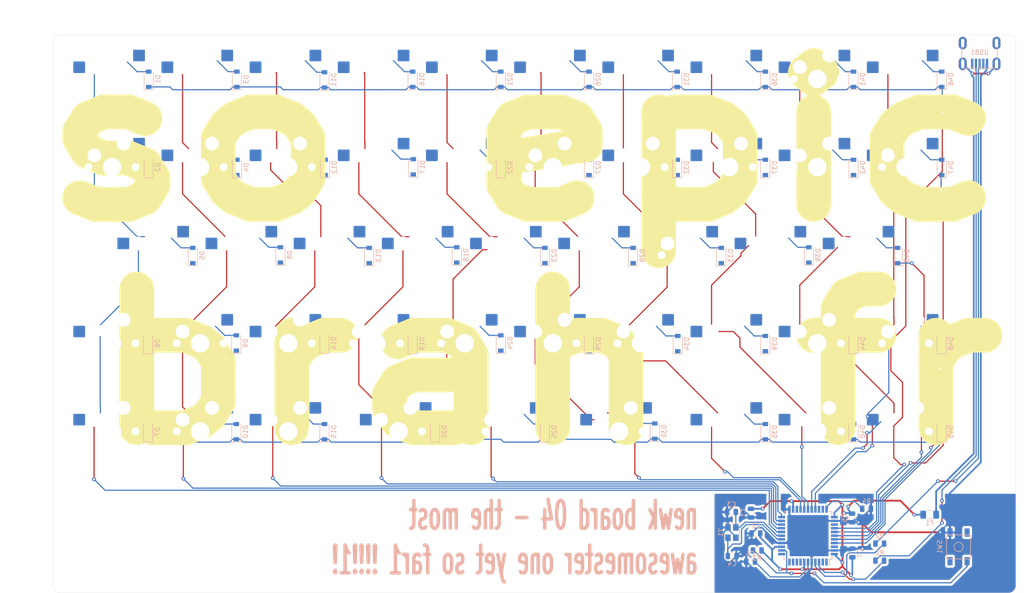
<source format=kicad_pcb>
(kicad_pcb (version 20240108) (generator "pcbnew") (generator_version "8.0")
  (layers (0 "F.Cu" signal) (31 "B.Cu" signal) (34 "B.Paste" user) (35 "F.Paste" user) (36 "B.SilkS" user "B.Silkscreen") (37 "F.SilkS" user "F.Silkscreen") (38 "B.Mask" user) (39 "F.Mask" user) (44 "Edge.Cuts" user))
  (net 0 "")
  (net 1 "GND")
  (net 2 "+5V")
  (net 3 "Net-(C3-Pad1)")
  (net 4 "Net-(C4-Pad1)")
  (net 5 "Net-(C6-Pad1)")
  (net 6 "Net-(D1-Pad2)")
  (net 7 "ROW0")
  (net 8 "Net-(D2-Pad2)")
  (net 9 "ROW1")
  (net 10 "Net-(D3-Pad2)")
  (net 11 "Net-(D4-Pad2)")
  (net 12 "VCC")
  (net 13 "COL0")
  (net 14 "COL1")
  (net 15 "D-")
  (net 16 "Net-(R1-Pad1)")
  (net 17 "D+")
  (net 18 "Net-(R2-Pad1)")
  (net 19 "Net-(R3-Pad1)")
  (net 20 "Net-(R4-Pad2)")
  (net 21 "Net-(U1-Pad42)")
  (net 22 "Net-(U1-Pad36)")
  (net 23 "Net-(U1-Pad32)")
  (net 24 "Net-(U1-Pad31)")
  (net 25 "Net-(U1-Pad25)")
  (net 26 "Net-(U1-Pad12)")
  (net 27 "Net-(U1-Pad11)")
  (net 28 "Net-(U1-Pad10)")
  (net 29 "Net-(U1-Pad9)")
  (net 30 "Net-(U1-Pad8)")
  (net 31 "Net-(U1-Pad1)")
  (net 32 "Net-(USB1-Pad5)")
  (net 33 "Net-(USB1-Pad2)")
  (net 34 "Net-(D5-Pad2)")
  (net 35 "ROW2")
  (net 36 "Net-(D6-Pad2)")
  (net 37 "ROW3")
  (net 38 "Net-(D7-Pad2)")
  (net 39 "ROW4")
  (net 40 "Net-(D8-Pad2)")
  (net 41 "Net-(D9-Pad2)")
  (net 42 "Net-(D10-Pad2)")
  (net 43 "Net-(D11-Pad2)")
  (net 44 "Net-(D12-Pad2)")
  (net 45 "Net-(D13-Pad2)")
  (net 46 "Net-(D14-Pad2)")
  (net 47 "Net-(D15-Pad2)")
  (net 48 "Net-(D16-Pad2)")
  (net 49 "Net-(D17-Pad2)")
  (net 50 "Net-(D18-Pad2)")
  (net 51 "Net-(D19-Pad2)")
  (net 52 "Net-(D20-Pad2)")
  (net 53 "Net-(D21-Pad2)")
  (net 54 "Net-(D22-Pad2)")
  (net 55 "Net-(D23-Pad2)")
  (net 56 "Net-(D24-Pad2)")
  (net 57 "Net-(D25-Pad2)")
  (net 58 "Net-(D26-Pad2)")
  (net 59 "Net-(D27-Pad2)")
  (net 60 "Net-(D28-Pad2)")
  (net 61 "Net-(D29-Pad2)")
  (net 62 "Net-(D30-Pad2)")
  (net 63 "Net-(D31-Pad2)")
  (net 64 "Net-(D32-Pad2)")
  (net 65 "Net-(D33-Pad2)")
  (net 66 "Net-(D34-Pad2)")
  (net 67 "Net-(D35-Pad2)")
  (net 68 "Net-(D36-Pad2)")
  (net 69 "Net-(D37-Pad2)")
  (net 70 "Net-(D38-Pad2)")
  (net 71 "Net-(D39-Pad2)")
  (net 72 "Net-(D40-Pad2)")
  (net 73 "Net-(D41-Pad2)")
  (net 74 "Net-(D42-Pad2)")
  (net 75 "Net-(D43-Pad2)")
  (net 76 "Net-(D44-Pad2)")
  (net 77 "Net-(D45-Pad2)")
  (net 78 "Net-(D46-Pad2)")
  (net 79 "Net-(D47-Pad2)")
  (net 80 "Net-(D48-Pad2)")
  (net 81 "COL2")
  (net 82 "COL3")
  (net 83 "COL4")
  (net 84 "COL5")
  (net 85 "COL6")
  (net 86 "COL7")
  (net 87 "COL8")
  (net 88 "COL9")
  (footprint "MX_Hotswap:MX-Hotswap-1U" (layer "F.Cu") (at 63.5 35.71875)
    (property "Reference" "MX3")
    (property "Value" "MX-NoLED")
  )
  (footprint "MX_Hotswap:MX-Hotswap-1U" (layer "F.Cu") (at 63.5 54.76875)
    (property "Reference" "MX4")
    (property "Value" "MX-NoLED")
  )
  (footprint "MX_Hotswap:MX-Hotswap-1U" (layer "F.Cu") (at 53.975 73.81875)
    (property "Reference" "MX5")
    (property "Value" "MX-NoLED")
  )
  (footprint "MX_Hotswap:MX-Hotswap-1U" (layer "F.Cu") (at 44.45 92.86875)
    (property "Reference" "MX6")
    (property "Value" "MX-NoLED")
  )
  (footprint "MX_Hotswap:MX-Hotswap-1U" (layer "F.Cu") (at 73.025 73.81875)
    (property "Reference" "MX8")
    (property "Value" "MX-NoLED")
  )
  (footprint "MX_Hotswap:MX-Hotswap-1U" (layer "F.Cu") (at 63.5 92.86875)
    (property "Reference" "MX9")
    (property "Value" "MX-NoLED")
  )
  (footprint "MX_Hotswap:MX-Hotswap-1U" (layer "F.Cu") (at 63.5 111.91875)
    (property "Reference" "MX10")
    (property "Value" "MX-NoLED")
  )
  (footprint "MX_Hotswap:MX-Hotswap-1U" (layer "F.Cu") (at 82.55 35.71875)
    (property "Reference" "MX11")
    (property "Value" "MX-NoLED")
  )
  (footprint "MX_Hotswap:MX-Hotswap-1U" (layer "F.Cu") (at 82.55 54.76875)
    (property "Reference" "MX12")
    (property "Value" "MX-NoLED")
  )
  (footprint "MX_Hotswap:MX-Hotswap-1U" (layer "F.Cu") (at 92.075 73.81875)
    (property "Reference" "MX13")
    (property "Value" "MX-NoLED")
  )
  (footprint "MX_Hotswap:MX-Hotswap-1U" (layer "F.Cu") (at 82.55 92.86875)
    (property "Reference" "MX14")
    (property "Value" "MX-NoLED")
  )
  (footprint "MX_Hotswap:MX-Hotswap-1U" (layer "F.Cu") (at 82.55 111.91875)
    (property "Reference" "MX15")
    (property "Value" "MX-NoLED")
  )
  (footprint "MX_Hotswap:MX-Hotswap-1U" (layer "F.Cu") (at 101.6 35.71875)
    (property "Reference" "MX16")
    (property "Value" "MX-NoLED")
  )
  (footprint "MX_Hotswap:MX-Hotswap-1U" (layer "F.Cu") (at 101.6 54.76875)
    (property "Reference" "MX17")
    (property "Value" "MX-NoLED")
  )
  (footprint "MX_Hotswap:MX-Hotswap-1U" (layer "F.Cu") (at 111.125 73.81875)
    (property "Reference" "MX18")
    (property "Value" "MX-NoLED")
  )
  (footprint "MX_Hotswap:MX-Hotswap-1U" (layer "F.Cu") (at 101.6 92.86875)
    (property "Reference" "MX19")
    (property "Value" "MX-NoLED")
  )
  (footprint "MX_Hotswap:MX-Hotswap-1.5U" (layer "F.Cu") (at 106.3625 111.91875)
    (property "Reference" "MX20")
    (property "Value" "MX-NoLED")
  )
  (footprint "MX_Hotswap:MX-Hotswap-1U" (layer "F.Cu") (at 120.65 35.71875)
    (property "Reference" "MX21")
    (property "Value" "MX-NoLED")
  )
  (footprint "MX_Hotswap:MX-Hotswap-1U" (layer "F.Cu") (at 44.45 54.76875)
    (property "Reference" "MX2")
    (property "Value" "MX-NoLED")
  )
  (footprint "MX_Hotswap:MX-Hotswap-1U" (layer "F.Cu") (at 120.65 54.76875)
    (property "Reference" "MX22")
    (property "Value" "MX-NoLED")
  )
  (footprint "MX_Hotswap:MX-Hotswap-1U" (layer "F.Cu") (at 130.175 73.81875)
    (property "Reference" "MX23")
    (property "Value" "MX-NoLED")
  )
  (footprint "MX_Hotswap:MX-Hotswap-1U" (layer "F.Cu") (at 120.65 92.86875)
    (property "Reference" "MX24")
    (property "Value" "MX-NoLED")
  )
  (footprint "MX_Hotswap:MX-Hotswap-1U" (layer "F.Cu") (at 130.175 111.91875)
    (property "Reference" "MX25")
    (property "Value" "MX-NoLED")
  )
  (footprint "MX_Hotswap:MX-Hotswap-1U" (layer "F.Cu") (at 139.7 35.71875)
    (property "Reference" "MX26")
    (property "Value" "MX-NoLED")
  )
  (footprint "MX_Hotswap:MX-Hotswap-1U" (layer "F.Cu") (at 139.7 54.76875)
    (property "Reference" "MX27")
    (property "Value" "MX-NoLED")
  )
  (footprint "MX_Hotswap:MX-Hotswap-1U" (layer "F.Cu") (at 149.225 73.81875)
    (property "Reference" "MX28")
    (property "Value" "MX-NoLED")
  )
  (footprint "MX_Hotswap:MX-Hotswap-1U" (layer "F.Cu") (at 139.7 92.86875)
    (property "Reference" "MX29")
    (property "Value" "MX-NoLED")
  )
  (footprint "MX_Hotswap:MX-Hotswap-1.5U" (layer "F.Cu") (at 153.9875 111.91875)
    (property "Reference" "MX30")
    (property "Value" "MX-NoLED")
  )
  (footprint "MX_Hotswap:MX-Hotswap-1U" (layer "F.Cu") (at 158.75 35.71875)
    (property "Reference" "MX31")
    (property "Value" "MX-NoLED")
  )
  (footprint "MX_Hotswap:MX-Hotswap-1U" (layer "F.Cu") (at 158.75 54.76875)
    (property "Reference" "MX32")
    (property "Value" "MX-NoLED")
  )
  (footprint "MX_Hotswap:MX-Hotswap-1U" (layer "F.Cu") (at 168.275 73.81875)
    (property "Reference" "MX33")
    (property "Value" "MX-NoLED")
  )
  (footprint "MX_Hotswap:MX-Hotswap-1U" (layer "F.Cu") (at 158.75 92.86875)
    (property "Reference" "MX34")
    (property "Value" "MX-NoLED")
  )
  (footprint "MX_Hotswap:MX-Hotswap-1U" (layer "F.Cu") (at 177.8 111.91875)
    (property "Reference" "MX35")
    (property "Value" "MX-NoLED")
  )
  (footprint "MX_Hotswap:MX-Hotswap-1U" (layer "F.Cu") (at 177.8 35.71875)
    (property "Reference" "MX36")
    (property "Value" "MX-NoLED")
  )
  (footprint "MX_Hotswap:MX-Hotswap-1U" (layer "F.Cu") (at 177.8 54.76875)
    (property "Reference" "MX37")
    (property "Value" "MX-NoLED")
  )
  (footprint "MX_Hotswap:MX-Hotswap-1U" (layer "F.Cu") (at 187.325 73.81875)
    (property "Reference" "MX38")
    (property "Value" "MX-NoLED")
  )
  (footprint "MX_Hotswap:MX-Hotswap-1U" (layer "F.Cu") (at 177.8 92.86875)
    (property "Reference" "MX39")
    (property "Value" "MX-NoLED")
  )
  (footprint "MX_Hotswap:MX-Hotswap-1U" (layer "F.Cu") (at 196.85 111.91875)
    (property "Reference" "MX40")
    (property "Value" "MX-NoLED")
  )
  (footprint "MX_Hotswap:MX-Hotswap-1U" (layer "F.Cu") (at 196.85 35.71875)
    (property "Reference" "MX41")
    (property "Value" "MX-NoLED")
  )
  (footprint "MX_Hotswap:MX-Hotswap-1U" (layer "F.Cu") (at 196.85 54.76875)
    (property "Reference" "MX42")
    (property "Value" "MX-NoLED")
  )
  (footprint "MX_Hotswap:MX-Hotswap-1U" (layer "F.Cu") (at 206.375 73.81875)
    (property "Reference" "MX43")
    (property "Value" "MX-NoLED")
  )
  (footprint "MX_Hotswap:MX-Hotswap-1U" (layer "F.Cu") (at 196.85 92.86875)
    (property "Reference" "MX44")
    (property "Value" "MX-NoLED")
  )
  (footprint "MX_Hotswap:MX-Hotswap-1U" (layer "F.Cu") (at 215.9 111.91875)
    (property "Reference" "MX45")
    (property "Value" "MX-NoLED")
  )
  (footprint "MX_Hotswap:MX-Hotswap-1U" (layer "F.Cu") (at 215.9 35.71875)
    (property "Reference" "MX46")
    (property "Value" "MX-NoLED")
  )
  (footprint "MX_Hotswap:MX-Hotswap-1U" (layer "F.Cu") (at 215.9 54.76875)
    (property "Reference" "MX47")
    (property "Value" "MX-NoLED")
  )
  (footprint "MX_Hotswap:MX-Hotswap-1U" (layer "F.Cu") (at 215.9 92.86875)
    (property "Reference" "MX48")
    (property "Value" "MX-NoLED")
  )
  (footprint "MX_Hotswap:MX-Hotswap-1U" (layer "F.Cu") (at 44.45 35.71875)
    (property "Reference" "MX1")
    (property "Value" "MX-NoLED")
  )
  (footprint "MX_Hotswap:MX-Hotswap-1U" (layer "F.Cu") (at 44.45 111.91875)
    (property "Reference" "MX7")
    (property "Value" "MX-NoLED")
  )
  (footprint "Diode_SMD:D_SOD-123" (layer "B.Cu") (at 71.4375 35.78125 90)
    (property "Reference" "D3")
    (property "Value" "SOD-123")
  )
  (footprint "Diode_SMD:D_SOD-123" (layer "B.Cu") (at 71.4375 54.83125 90)
    (property "Reference" "D4")
    (property "Value" "SOD-123")
  )
  (footprint "Diode_SMD:D_SOD-123" (layer "B.Cu") (at 52.3875 54.83125 90)
    (property "Reference" "D2")
    (property "Value" "SOD-123")
  )
  (footprint "Diode_SMD:D_SOD-123" (layer "B.Cu") (at 61.9125 73.88125 90)
    (property "Reference" "D5")
    (property "Value" "SOD-123")
  )
  (footprint "Diode_SMD:D_SOD-123" (layer "B.Cu") (at 52.2605 92.93225 90)
    (property "Reference" "D6")
    (property "Value" "SOD-123")
  )
  (footprint "Diode_SMD:D_SOD-123" (layer "B.Cu") (at 80.8355 73.75425 90)
    (property "Reference" "D8")
    (property "Value" "SOD-123")
  )
  (footprint "Diode_SMD:D_SOD-123" (layer "B.Cu") (at 71.3105 92.80425 90)
    (property "Reference" "D9")
    (property "Value" "SOD-123")
  )
  (footprint "Diode_SMD:D_SOD-123" (layer "B.Cu") (at 71.3105 111.98225 90)
    (property "Reference" "D10")
    (property "Value" "SOD-123")
  )
  (footprint "Diode_SMD:D_SOD-123" (layer "B.Cu") (at 90.3605 35.90825 90)
    (property "Reference" "D11")
    (property "Value" "SOD-123")
  )
  (footprint "Diode_SMD:D_SOD-123" (layer "B.Cu") (at 90.4875 54.83125 90)
    (property "Reference" "D12")
    (property "Value" "SOD-123")
  )
  (footprint "Diode_SMD:D_SOD-123" (layer "B.Cu") (at 109.4105 35.78125 90)
    (property "Reference" "D16")
    (property "Value" "SOD-123")
  )
  (footprint "Diode_SMD:D_SOD-123" (layer "B.Cu") (at 109.5375 54.70525 90)
    (property "Reference" "D17")
    (property "Value" "SOD-123")
  )
  (footprint "Diode_SMD:D_SOD-123" (layer "B.Cu") (at 118.9355 73.75525 90)
    (property "Reference" "D18")
    (property "Value" "SOD-123")
  )
  (footprint "Diode_SMD:D_SOD-123" (layer "B.Cu") (at 109.4105 92.93225 90)
    (property "Reference" "D19")
    (property "Value" "SOD-123")
  )
  (footprint "Diode_SMD:D_SOD-123" (layer "B.Cu") (at 114.2365 111.98125 90)
    (property "Reference" "D20")
    (property "Value" "SOD-123")
  )
  (footprint "Diode_SMD:D_SOD-123" (layer "B.Cu") (at 128.4605 35.78125 90)
    (property "Reference" "D21")
    (property "Value" "SOD-123")
  )
  (footprint "Diode_SMD:D_SOD-123" (layer "B.Cu") (at 128.4605 54.83125 90)
    (property "Reference" "D22")
    (property "Value" "SOD-123")
  )
  (footprint "Diode_SMD:D_SOD-123" (layer "B.Cu") (at 137.9855 73.88125 90)
    (property "Reference" "D23")
    (property "Value" "SOD-123")
  )
  (footprint "Diode_SMD:D_SOD-123" (layer "B.Cu") (at 128.4605 92.80425 90)
    (property "Reference" "D24")
    (property "Value" "SOD-123")
  )
  (footprint "Diode_SMD:D_SOD-123" (layer "B.Cu") (at 137.9855 111.98125 90)
    (property "Reference" "D25")
    (property "Value" "SOD-123")
  )
  (footprint "Diode_SMD:D_SOD-123" (layer "B.Cu") (at 147.5105 35.78125 90)
    (property "Reference" "D26")
    (property "Value" "SOD-123")
  )
  (footprint "Diode_SMD:D_SOD-123" (layer "B.Cu") (at 147.5105 54.83125 90)
    (property "Reference" "D27")
    (property "Value" "SOD-123")
  )
  (footprint "Diode_SMD:D_SOD-123" (layer "B.Cu") (at 157.0355 73.88125 90)
    (property "Reference" "D28")
    (property "Value" "SOD-123")
  )
  (footprint "Diode_SMD:D_SOD-123" (layer "B.Cu") (at 147.5105 92.93125 90)
    (property "Reference" "D29")
    (property "Value" "SOD-123")
  )
  (footprint "Diode_SMD:D_SOD-123" (layer "B.Cu") (at 161.7345 111.85425 90)
    (property "Reference" "D30")
    (property "Value" "SOD-123")
  )
  (footprint "Diode_SMD:D_SOD-123" (layer "B.Cu") (at 166.5605 35.78225 90)
    (property "Reference" "D31")
    (property "Value" "SOD-123")
  )
  (footprint "Diode_SMD:D_SOD-123" (layer "B.Cu") (at 166.5605 54.83125 90)
    (property "Reference" "D32")
    (property "Value" "SOD-123")
  )
  (footprint "Diode_SMD:D_SOD-123" (layer "B.Cu") (at 176.0855 73.88125 90)
    (property "Reference" "D33")
    (property "Value" "SOD-123")
  )
  (footprint "Diode_SMD:D_SOD-123" (layer "B.Cu") (at 166.6875 92.93125 90)
    (property "Reference" "D34")
    (property "Value" "SOD-123")
  )
  (footprint "Diode_SMD:D_SOD-123" (layer "B.Cu") (at 185.6105 111.98125 90)
    (property "Reference" "D35")
    (property "Value" "SOD-123")
  )
  (footprint "Diode_SMD:D_SOD-123" (layer "B.Cu") (at 185.6105 35.78125 90)
    (property "Reference" "D36")
    (property "Value" "SOD-123")
  )
  (footprint "Diode_SMD:D_SOD-123" (layer "B.Cu") (at 185.6105 54.83125 90)
    (property "Reference" "D37")
    (property "Value" "SOD-123")
  )
  (footprint "Diode_SMD:D_SOD-123" (layer "B.Cu") (at 195.0085 73.75525 90)
    (property "Reference" "D38")
    (property "Value" "SOD-123")
  )
  (footprint "Diode_SMD:D_SOD-123" (layer "B.Cu") (at 185.6105 92.93125 90)
    (property "Reference" "D39")
    (property "Value" "SOD-123")
  )
  (footprint "Diode_SMD:D_SOD-123" (layer "B.Cu") (at 204.6605 111.98125 90)
    (property "Reference" "D40")
    (property "Value" "SOD-123")
  )
  (footprint "Diode_SMD:D_SOD-123" (layer "B.Cu") (at 204.6605 35.78225 90)
    (property "Reference" "D41")
    (property "Value" "SOD-123")
  )
  (footprint "Diode_SMD:D_SOD-123" (layer "B.Cu") (at 204.6605 54.83125 90)
    (property "Reference" "D42")
    (property "Value" "SOD-123")
  )
  (footprint "Diode_SMD:D_SOD-123" (layer "B.Cu") (at 214.1855 73.88125 90)
    (property "Reference" "D43")
    (property "Value" "SOD-123")
  )
  (footprint "Diode_SMD:D_SOD-123" (layer "B.Cu") (at 204.6605 92.93225 90)
    (property "Reference" "D44")
    (property "Value" "SOD-123")
  )
  (footprint "Diode_SMD:D_SOD-123" (layer "B.Cu") (at 223.7105 111.98125 90)
    (property "Reference" "D45")
    (property "Value" "SOD-123")
  )
  (footprint "Diode_SMD:D_SOD-123" (layer "B.Cu") (at 223.7105 35.78125 90)
    (property "Reference" "D46")
    (property "Value" "SOD-123")
  )
  (footprint "Diode_SMD:D_SOD-123" (layer "B.Cu") (at 223.7105 54.83125 90)
    (property "Reference" "D47")
    (property "Value" "SOD-123")
  )
  (footprint "Diode_SMD:D_SOD-123" (layer "B.Cu") (at 223.7105 92.93125 90)
    (property "Reference" "D48")
    (property "Value" "SOD-123")
  )
  (footprint "Diode_SMD:D_SOD-123" (layer "B.Cu") (at 52.3875 35.78125 90)
    (property "Reference" "D1")
    (property "Value" "SOD-123")
  )
  (footprint "Diode_SMD:D_SOD-123" (layer "B.Cu") (at 52.2605 111.98125 90)
    (property "Reference" "D7")
    (property "Value" "SOD-123")
  )
  (footprint "Diode_SMD:D_SOD-123" (layer "B.Cu") (at 90.3605 111.98125 90)
    (property "Reference" "D15")
    (property "Value" "SOD-123")
  )
  (footprint "Diode_SMD:D_SOD-123" (layer "B.Cu") (at 90.3605 92.80525 90)
    (property "Reference" "D14")
    (property "Value" "SOD-123")
  )
  (footprint "Diode_SMD:D_SOD-123" (layer "B.Cu") (at 100.0125 73.88225 90)
    (property "Reference" "D13")
    (property "Value" "SOD-123")
  )
  (footprint "Capacitor_SMD:C_0805_2012Metric" (layer "B.Cu") (at 182.499 129.5885 -90)
    (property "Reference" "C1")
    (property "Value" "0.1uF")
  )
  (footprint "random-keyboard-parts:SKQG-1155865" (layer "B.Cu") (at 227.35325 136.88575 90)
    (property "Reference" "SW1")
    (property "Value" "SW_Push")
  )
  (footprint "Crystal:Crystal_SMD_3225-4Pin_3.2x2.5mm" (layer "B.Cu") (at 178.37875 133.80575 -90)
    (property "Reference" "Y1")
    (property "Value" "16MHz")
  )
  (footprint "Fuse:Fuse_1206_3216Metric" (layer "B.Cu") (at 221.11 129.921)
    (property "Reference" "F1")
    (property "Value" "500mA")
  )
  (footprint "Resistor_SMD:R_0805_2012Metric" (layer "B.Cu") (at 210.327 139.85875 180)
    (property "Reference" "R1")
    (property "Value" "22")
  )
  (footprint "Resistor_SMD:R_0805_2012Metric" (layer "B.Cu") (at 210.327 136.17575 180)
    (property "Reference" "R2")
    (property "Value" "22")
  )
  (footprint "Package_QFP:TQFP-44_10x10mm_P0.8mm" (layer "B.Cu") (at 194.818 134.46125 90)
    (property "Reference" "U1")
    (property "Value" "ATmega32U4-AU")
  )
  (footprint "Capacitor_SMD:C_0805_2012Metric" (layer "B.Cu") (at 178.29125 129.3495 180)
    (property "Reference" "C3")
    (property "Value" "22pF")
  )
  (footprint "Capacitor_SMD:C_0805_2012Metric" (layer "B.Cu") (at 178.435 138.8745)
    (property "Reference" "C4")
    (property "Value" "22pF")
  )
  (footprint "Capacitor_SMD:C_0805_2012Metric" (layer "B.Cu") (at 204.343 130.63625 -90)
    (property "Reference" "C5")
    (property "Value" "0.1uF")
  )
  (footprint "Capacitor_SMD:C_0805_2012Metric" (layer "B.Cu") (at 204.4065 138.20775 90)
    (property "Reference" "C7")
    (property "Value" "10uF")
  )
  (footprint "Resistor_SMD:R_0805_2012Metric" (layer "B.Cu") (at 207.4695 128.651 180)
    (property "Reference" "R4")
    (property "Value" "10k")
  )
  (footprint "random-keyboard-parts:Molex-0548190589" (layer "B.Cu") (at 231.902 27.94 -90)
    (property "Reference" "USB1")
    (property "Value" "Molex-0548190589")
  )
  (footprint "Capacitor_SMD:C_0805_2012Metric" (layer "B.Cu") (at 183.5635 133.985 180)
    (property "Reference" "C2")
    (property "Value" "0.1uF")
  )
  (footprint "Resistor_SMD:R_0805_2012Metric" (layer "B.Cu") (at 183.8475 137.668)
    (property "Reference" "R3")
    (property "Value" "10k")
  )
  (footprint "Capacitor_SMD:C_0805_2012Metric" (layer "B.Cu") (at 182.4205 140.081 180)
    (property "Reference" "C6")
    (property "Value" "1uF")
  )
  (gr_arc (start 239.7125 145.25625) (mid 239.247532 146.378782) (end 238.125 146.84375) (stroke (width 0.05)) (layer "Edge.Cuts"))
  (gr_line (start 239.7125 145.25625) (end 239.7125 27.78125) (stroke (width 0.05)) (layer "Edge.Cuts"))
  (gr_line (start 238.125 26.19375) (end 33.3375 26.19375) (stroke (width 0.05)) (layer "Edge.Cuts"))
  (gr_line (start 31.75 145.25625) (end 31.75 27.78125) (stroke (width 0.05)) (layer "Edge.Cuts"))
  (gr_line (start 33.3375 146.84375) (end 238.125 146.84375) (stroke (width 0.05)) (layer "Edge.Cuts"))
  (gr_arc (start 33.3375 146.84375) (mid 32.214968 146.378782) (end 31.75 145.25625) (stroke (width 0.05)) (layer "Edge.Cuts"))
  (gr_arc (start 31.75 27.78125) (mid 32.214968 26.658718) (end 33.3375 26.19375) (stroke (width 0.05)) (layer "Edge.Cuts"))
  (gr_arc (start 238.125 26.19375) (mid 239.247532 26.658718) (end 239.7125 27.78125) (stroke (width 0.05)) (layer "Edge.Cuts"))
  (gr_text "newk board 04 - the most\nawesomester one yet so far1 !!!!1!" (at 171.45 134.9375 0) (layer "B.SilkS") (effects (font (size 6 3) (thickness 0.75)) (justify left mirror)))
  (gr_text "so epic\nbrah fr" (at 241.5 73.5 0) (layer "F.SilkS") (effects (font (size 30 37) (thickness 7.5) (bold yes)) (justify right)))
  (segment (start 222.123 133.731) (end 222.504 133.731) (width 0.381) (layer "F.Cu") (net 1))
  (segment (start 206.308925 131.572) (end 205.74324 131.572) (width 0.381) (layer "F.Cu") (net 1))
  (segment (start 222.827315 133.731) (end 223.393 133.731) (width 0.381) (layer "F.Cu") (net 1))
  (segment (start 206.59725 137.31875) (end 206.59725 131.82276) (width 0.381) (layer "F.Cu") (net 1))
  (segment (start 206.59725 131.82276) (end 208.50549 133.731) (width 0.381) (layer "F.Cu") (net 1))
  (segment (start 208.50549 133.731) (end 222.123 133.731) (width 0.381) (layer "F.Cu") (net 1))
  (segment (start 222.123 133.731) (end 222.827315 133.731) (width 0.381) (layer "F.Cu") (net 1))
  (segment (start 206.34649 131.572) (end 206.308925 131.572) (width 0.381) (layer "F.Cu") (net 1))
  (segment (start 206.59725 131.82276) (end 206.34649 131.572) (width 0.381) (layer "F.Cu") (net 1))
  (via (at 206.59725 137.31875) (size 0.8) (drill 0.4) (layers "F.Cu" "B.Cu") (net 1))
  (via (at 223.393 133.731) (size 0.8) (drill 0.4) (layers "F.Cu" "B.Cu") (net 1))
  (via (at 205.74324 131.572) (size 0.8) (drill 0.4) (layers "F.Cu" "B.Cu") (net 1))
  (segment (start 204.0305 131.26125) (end 204.343 131.57375) (width 0.381) (layer "B.Cu") (net 1))
  (segment (start 189.118 136.06125) (end 190.045902 136.06125) (width 0.381) (layer "B.Cu") (net 1))
  (segment (start 197.449 131.26125) (end 192.649 136.06125) (width 0.381) (layer "B.Cu") (net 1))
  (segment (start 190.818 135.289152) (end 190.818 129.89225) (width 0.381) (layer "B.Cu") (net 1))
  (segment (start 190.818 129.89225) (end 190.818 128.76125) (width 0.381) (layer "B.Cu") (net 1))
  (segment (start 200.518 131.26125) (end 197.449 131.26125) (width 0.381) (layer "B.Cu") (net 1))
  (segment (start 190.045902 136.06125) (end 190.818 135.289152) (width 0.381) (layer "B.Cu") (net 1))
  (segment (start 204.0155 137.66125) (end 204.4065 137.27025) (width 0.381) (layer "B.Cu") (net 1))
  (segment (start 200.518 137.66125) (end 204.0155 137.66125) (width 0.381) (layer "B.Cu") (net 1))
  (segment (start 200.518 131.26125) (end 204.0305 131.26125) (width 0.381) (layer "B.Cu") (net 1))
  (segment (start 177.52875 133.008652) (end 179.22875 134.708652) (width 0.254) (layer "B.Cu") (net 1))
  (segment (start 177.52875 132.70575) (end 177.52875 133.008652) (width 0.381) (layer "B.Cu") (net 1))
  (segment (start 179.22875 134.708652) (end 179.22875 134.90575) (width 0.381) (layer "B.Cu") (net 1))
  (segment (start 204.899237 131.017513) (end 204.343 131.57375) (width 0.381) (layer "B.Cu") (net 1))
  (segment (start 178.13425 140.11275) (end 177.13877 140.11275) (width 0.381) (layer "B.Cu") (net 1))
  (segment (start 177.13877 140.11275) (end 176.538249 139.512229) (width 0.381) (layer "B.Cu") (net 1))
  (segment (start 195.618 139.03025) (end 196.987 137.66125) (width 0.381) (layer "B.Cu") (net 1))
  (segment (start 204.4065 131.63725) (end 204.343 131.57375) (width 0.381) (layer "B.Cu") (net 1))
  (segment (start 192.649 136.06125) (end 195.618 139.03025) (width 0.381) (layer "B.Cu") (net 1))
  (segment (start 195.618 140.16125) (end 195.618 139.03025) (width 0.381) (layer "B.Cu") (net 1))
  (segment (start 196.987 137.66125) (end 199.387 137.66125) (width 0.381) (layer "B.Cu") (net 1))
  (segment (start 199.387 137.66125) (end 200.518 137.66125) (width 0.381) (layer "B.Cu") (net 1))
  (segment (start 189.118 136.06125) (end 192.649 136.06125) (width 0.381) (layer "B.Cu") (net 1))
  (segment (start 176.538249 139.512229) (end 176.538249 133.796251) (width 0.381) (layer "B.Cu") (net 1))
  (segment (start 176.538249 133.796251) (end 177.52875 132.80575) (width 0.381) (layer "B.Cu") (net 1))
  (segment (start 177.35375 132.53075) (end 177.52875 132.70575) (width 0.381) (layer "B.Cu") (net 1))
  (segment (start 177.52875 132.80575) (end 177.52875 132.70575) (width 0.381) (layer "B.Cu") (net 1))
  (segment (start 179.3725 138.8745) (end 178.13425 140.11275) (width 0.381) (layer "B.Cu") (net 1))
  (segment (start 177.35375 129.3495) (end 177.35375 132.53075) (width 0.381) (layer "B.Cu") (net 1))
  (segment (start 181.483 140.081) (end 185.42 144.018) (width 0.381) (layer "B.Cu") (net 1))
  (segment (start 195.618 141.29225) (end 195.618 140.16125) (width 0.381) (layer "B.Cu") (net 1))
  (segment (start 185.42 144.018) (end 193.101593 144.018) (width 0.381) (layer "B.Cu") (net 1))
  (segment (start 232.156 118.618) (end 224.663 126.111) (width 0.381) (layer "B.Cu") (net 1))
  (segment (start 179.862 127.889) (end 178.81425 127.889) (width 0.381) (layer "B.Cu") (net 1))
  (segment (start 182.499 130.526) (end 179.862 127.889) (width 0.381) (layer "B.Cu") (net 1))
  (segment (start 206.040487 131.017513) (end 208.407 128.651) (width 0.381) (layer "B.Cu") (net 1))
  (segment (start 224.663 129.0025) (end 225.50325 129.84275) (width 0.381) (layer "B.Cu") (net 1))
  (segment (start 184.82798 132.715) (end 183.896 132.715) (width 0.381) (layer "B.Cu") (net 1))
  (segment (start 233.502 32.44) (end 233.342501 32.599499) (width 0.381) (layer "B.Cu") (net 1))
  (segment (start 183.896 132.715) (end 183.182237 133.428763) (width 0.381) (layer "B.Cu") (net 1))
  (segment (start 225.50325 129.84275) (end 225.50325 132.50475) (width 0.381) (layer "B.Cu") (net 1))
  (segment (start 225.50325 132.50475) (end 225.50325 133.78575) (width 0.381) (layer "B.Cu") (net 1))
  (segment (start 181.356 135.255) (end 181.356 136.891) (width 0.381) (layer "B.Cu") (net 1))
  (segment (start 204.899237 131.017513) (end 206.040487 131.017513) (width 0.381) (layer "B.Cu") (net 1))
  (segment (start 233.342501 33.877401) (end 232.548902 34.671) (width 0.381) (layer "B.Cu") (net 1))
  (segment (start 223.44775 133.78575) (end 223.393 133.731) (width 0.381) (layer "B.Cu") (net 1))
  (segment (start 204.343 131.57375) (end 205.74149 131.57375) (width 0.381) (layer "B.Cu") (net 1))
  (segment (start 232.537 34.671) (end 232.156 35.052) (width 0.381) (layer "B.Cu") (net 1))
  (segment (start 183.182237 133.428763) (end 182.626 133.985) (width 0.381) (layer "B.Cu") (net 1))
  (segment (start 232.548902 34.671) (end 232.537 34.671) (width 0.381) (layer "B.Cu") (net 1))
  (segment (start 205.74149 131.57375) (end 205.74324 131.572) (width 0.381) (layer "B.Cu") (net 1))
  (segment (start 195.618 141.501593) (end 195.618 141.29225) (width 0.381) (layer "B.Cu") (net 1))
  (segment (start 206.59725 137.31875) (end 204.455 137.31875) (width 0.381) (layer "B.Cu") (net 1))
  (segment (start 224.663 126.111) (end 224.663 129.0025) (width 0.381) (layer "B.Cu") (net 1))
  (segment (start 179.928737 138.318263) (end 179.3725 138.8745) (width 0.381) (layer "B.Cu") (net 1))
  (segment (start 225.50325 133.78575) (end 223.44775 133.78575) (width 0.381) (layer "B.Cu") (net 1))
  (segment (start 181.356 136.891) (end 179.928737 138.318263) (width 0.381) (layer "B.Cu") (net 1))
  (segment (start 204.455 137.31875) (end 204.4065 137.27025) (width 0.381) (layer "B.Cu") (net 1))
  (segment (start 232.156 35.052) (end 232.156 118.618) (width 0.381) (layer "B.Cu") (net 1))
  (segment (start 178.81425 127.889) (end 177.909987 128.793263) (width 0.381) (layer "B.Cu") (net 1))
  (segment (start 233.342501 32.599499) (end 233.342501 33.877401) (width 0.381) (layer "B.Cu") (net 1))
  (segment (start 193.101593 144.018) (end 195.618 141.501593) (width 0.381) (layer "B.Cu") (net 1))
  (segment (start 189.118 136.06125) (end 188.17423 136.06125) (width 0.381) (layer "B.Cu") (net 1))
  (segment (start 177.909987 128.793263) (end 177.35375 129.3495) (width 0.381) (layer "B.Cu") (net 1))
  (segment (start 188.17423 136.06125) (end 184.82798 132.715) (width 0.381) (layer "B.Cu") (net 1))
  (segment (start 182.626 133.985) (end 181.356 135.255) (width 0.381) (layer "B.Cu") (net 1))
  (segment (start 204.7875 126.90475) (end 203.5175 128.17475) (width 0.381) (layer "F.Cu") (net 2))
  (segment (start 202.2475 140.23975) (end 202.2475 140.74775) (width 0.381) (layer "F.Cu") (net 2))
  (segment (start 202.2475 129.19075) (end 202.6285 129.57175) (width 0.381) (layer "F.Cu") (net 2))
  (segment (start 202.2475 127.79375) (end 202.2475 129.19075) (width 0.381) (layer "F.Cu") (net 2))
  (segment (start 202.2475 129.19075) (end 202.2475 140.23975) (width 0.381) (layer "F.Cu") (net 2))
  (segment (start 201.45375 127) (end 191.827685 127) (width 0.381) (layer "F.Cu") (net 2))
  (segment (start 204.7875 126.90475) (end 209.51825 126.90475) (width 0.381) (layer "F.Cu") (net 2))
  (segment (start 209.51825 126.90475) (end 214.78875 126.90475) (width 0.381) (layer "F.Cu") (net 2))
  (segment (start 202.2475 141.0335) (end 201.549 141.732) (width 0.381) (layer "F.Cu") (net 2))
  (segment (start 186.69 127) (end 190.696315 127) (width 0.381) (layer "F.Cu") (net 2))
  (segment (start 202.2475 140.74775) (end 202.2475 141.0335) (width 0.381) (layer "F.Cu") (net 2))
  (segment (start 185.039 128.651) (end 186.69 127) (width 0.381) (layer "F.Cu") (net 2))
  (segment (start 202.2475 127.79375) (end 201.45375 127) (width 0.381) (layer "F.Cu") (net 2))
  (segment (start 189.414685 141.731998) (end 188.849 141.731998) (width 0.381) (layer "F.Cu") (net 2))
  (segment (start 193.579748 141.731998) (end 189.414685 141.731998) (width 0.381) (layer "F.Cu") (net 2))
  (segment (start 194.056 141.732) (end 193.579762 141.732) (width 0.381) (layer "F.Cu") (net 2))
  (segment (start 203.706501 142.602928) (end 204.1065 143.002927) (width 0.381) (layer "F.Cu") (net 2))
  (segment (start 193.57975 141.732) (end 193.579748 141.731998) (width 0.381) (layer "F.Cu") (net 2))
  (segment (start 214.78875 126.90475) (end 217.805 129.921) (width 0.381) (layer "F.Cu") (net 2))
  (segment (start 190.696315 127) (end 191.262 127) (width 0.381) (layer "F.Cu") (net 2))
  (segment (start 201.549 141.732) (end 194.056 141.732) (width 0.381) (layer "F.Cu") (net 2))
  (segment (start 191.827685 127) (end 191.262 127) (width 0.381) (layer "F.Cu") (net 2))
  (segment (start 202.2475 140.74775) (end 202.2475 141.143927) (width 0.381) (layer "F.Cu") (net 2))
  (segment (start 202.2475 141.143927) (end 203.706501 142.602928) (width 0.381) (layer "F.Cu") (net 2))
  (via (at 203.5175 128.17475) (size 0.8) (drill 0.4) (layers "F.Cu" "B.Cu") (net 2))
  (via (at 202.2475 127.79375) (size 0.8) (drill 0.4) (layers "F.Cu" "B.Cu") (net 2))
  (via (at 202.2475 140.23975) (size 0.8) (drill 0.4) (layers "F.Cu" "B.Cu") (net 2))
  (via (at 202.6285 129.57175) (size 0.8) (drill 0.4) (layers "F.Cu" "B.Cu") (net 2))
  (via (at 204.1065 143.002927) (size 0.8) (drill 0.4) (layers "F.Cu" "B.Cu") (net 2))
  (via (at 217.805 129.921) (size 0.8) (drill 0.4) (layers "F.Cu" "B.Cu") (net 2))
  (via (at 185.039 128.651) (size 0.8) (drill 0.4) (layers "F.Cu" "B.Cu") (net 2))
  (via (at 193.579762 141.732) (size 0.8) (drill 0.4) (layers "F.Cu" "B.Cu") (net 2))
  (via (at 188.849 141.731998) (size 0.8) (drill 0.4) (layers "F.Cu" "B.Cu") (net 2))
  (via (at 191.262 127) (size 0.8) (drill 0.4) (layers "F.Cu" "B.Cu") (net 2))
  (segment (start 203.5175 128.17475) (end 203.5175 128.87325) (width 0.381) (layer "B.Cu") (net 2))
  (segment (start 203.5175 128.87325) (end 204.343 129.69875) (width 0.381) (layer "B.Cu") (net 2))
  (segment (start 202.6285 129.57175) (end 204.216 129.57175) (width 0.381) (layer "B.Cu") (net 2))
  (segment (start 197.945 140.23425) (end 198.018 140.16125) (width 0.381) (layer "B.Cu") (net 2))
  (segment (start 204.216 129.57175) (end 204.343 129.69875) (width 0.381) (layer "B.Cu") (net 2))
  (segment (start 200.518 130.46125) (end 200.518 129.52325) (width 0.381) (layer "B.Cu") (net 2))
  (segment (start 200.518 138.46125) (end 200.518 138.51025) (width 0.381) (layer "B.Cu") (net 2))
  (segment (start 200.518 129.52325) (end 202.2475 127.79375) (width 0.381) (layer "B.Cu") (net 2))
  (segment (start 200.518 138.51025) (end 202.2475 140.23975) (width 0.381) (layer "B.Cu") (net 2))
  (segment (start 182.499 128.651) (end 185.039 128.651) (width 0.381) (layer "B.Cu") (net 2))
  (segment (start 194.018 140.16125) (end 194.018 141.293762) (width 0.381) (layer "B.Cu") (net 2))
  (segment (start 187.071 139.954) (end 187.325 140.208) (width 0.381) (layer "B.Cu") (net 2))
  (segment (start 187.109 137.452) (end 187.071 137.49) (width 0.381) (layer "B.Cu") (net 2))
  (segment (start 193.979761 141.332001) (end 193.579762 141.732) (width 0.381) (layer "B.Cu") (net 2))
  (segment (start 187.071 137.49) (end 187.071 139.954) (width 0.381) (layer "B.Cu") (net 2))
  (segment (start 187.325 140.208) (end 184.785 137.668) (width 0.381) (layer "B.Cu") (net 2))
  (segment (start 184.501 134.844) (end 187.109 137.452) (width 0.381) (layer "B.Cu") (net 2))
  (segment (start 191.618 127.356) (end 191.262 127) (width 0.381) (layer "B.Cu") (net 2))
  (segment (start 188.848998 141.731998) (end 188.849 141.731998) (width 0.381) (layer "B.Cu") (net 2))
  (segment (start 187.325 140.208) (end 188.848998 141.731998) (width 0.381) (layer "B.Cu") (net 2))
  (segment (start 217.805 129.921) (end 219.71 129.921) (width 0.381) (layer "B.Cu") (net 2))
  (segment (start 187.109 137.452) (end 187.168 137.452) (width 0.381) (layer "B.Cu") (net 2))
  (segment (start 184.501 133.985) (end 184.501 134.844) (width 0.381) (layer "B.Cu") (net 2))
  (segment (start 204.4065 142.702927) (end 204.1065 143.002927) (width 0.381) (layer "B.Cu") (net 2))
  (segment (start 187.75875 136.86125) (end 189.118 136.86125) (width 0.381) (layer "B.Cu") (net 2))
  (segment (start 194.018 141.293762) (end 193.979761 141.332001) (width 0.381) (layer "B.Cu") (net 2))
  (segment (start 204.4065 139.14525) (end 204.4065 142.702927) (width 0.381) (layer "B.Cu") (net 2))
  (segment (start 187.168 137.452) (end 187.75875 136.86125) (width 0.381) (layer "B.Cu") (net 2))
  (segment (start 191.618 128.76125) (end 191.618 127.356) (width 0.381) (layer "B.Cu") (net 2))
  (segment (start 179.22875 132.70575) (end 179.22875 129.3495) (width 0.254) (layer "B.Cu") (net 3))
  (segment (start 180.07675 132.70575) (end 181.2105 131.572) (width 0.254) (layer "B.Cu") (net 3))
  (segment (start 179.22875 132.70575) (end 180.07675 132.70575) (width 0.254) (layer "B.Cu") (net 3))
  (segment (start 185.22475 131.572) (end 188.114 134.46125) (width 0.254) (layer "B.Cu") (net 3))
  (segment (start 179.22875 132.70575) (end 179.22875 132.80575) (width 0.254) (layer "B.Cu") (net 3))
  (segment (start 181.2105 131.572) (end 185.22475 131.572) (width 0.254) (layer "B.Cu") (net 3))
  (segment (start 188.114 134.46125) (end 189.118 134.46125) (width 0.254) (layer "B.Cu") (net 3))
  (segment (start 177.4975 134.937) (end 177.52875 134.90575) (width 0.254) (layer "B.Cu") (net 4))
  (segment (start 177.4975 138.8745) (end 177.4975 134.937) (width 0.254) (layer "B.Cu") (net 4))
  (segment (start 177.52875 134.90575) (end 177.52875 135.85975) (width 0.254) (layer "B.Cu") (net 4))
  (segment (start 185.039 132.08) (end 188.214 135.255) (width 0.254) (layer "B.Cu") (net 4))
  (segment (start 177.4975 138.8745) (end 177.4975 137.3355) (width 0.254) (layer "B.Cu") (net 4))
  (segment (start 180.213 136.271) (end 180.467 136.017) (width 0.254) (layer "B.Cu") (net 4))
  (segment (start 180.467 133.096) (end 181.483 132.08) (width 0.254) (layer "B.Cu") (net 4))
  (segment (start 178.562 136.271) (end 180.213 136.271) (width 0.254) (layer "B.Cu") (net 4))
  (segment (start 181.483 132.08) (end 185.039 132.08) (width 0.254) (layer "B.Cu") (net 4))
  (segment (start 180.467 136.017) (end 180.467 133.096) (width 0.254) (layer "B.Cu") (net 4))
  (segment (start 177.4975 137.3355) (end 178.562 136.271) (width 0.254) (layer "B.Cu") (net 4))
  (segment (start 188.92 135.459249) (end 189.118 135.26125) (width 0.254) (layer "B.Cu") (net 4))
  (segment (start 188.214 135.255) (end 189.103 135.255) (width 0.254) (layer "B.Cu") (net 4))
  (segment (start 186.66 143.383) (end 193.004724 143.383) (width 0.254) (layer "B.Cu") (net 5))
  (segment (start 195.015999 140.359249) (end 194.818 140.16125) (width 0.254) (layer "B.Cu") (net 5))
  (segment (start 194.818 141.16525) (end 194.818 140.16125) (width 0.254) (layer "B.Cu") (net 5))
  (segment (start 183.358 140.081) (end 186.66 143.383) (width 0.254) (layer "B.Cu") (net 5))
  (segment (start 193.004724 143.383) (end 194.818 141.569724) (width 0.254) (layer "B.Cu") (net 5))
  (segment (start 194.818 141.569724) (end 194.818 141.16525) (width 0.254) (layer "B.Cu") (net 5))
  (segment (start 46.95 31.21875) (end 49.8625 34.13125) (width 0.254) (layer "B.Cu") (net 6))
  (segment (start 49.8625 34.13125) (end 52.3875 34.13125) (width 0.254) (layer "B.Cu") (net 6))
  (segment (start 215.5825 119.09425) (end 214.831838 119.09425) (width 0.254) (layer "F.Cu") (net 7))
  (segment (start 213.350499 117.612911) (end 213.350499 110.766409) (width 0.254) (layer "F.Cu") (net 7))
  (segment (start 213.350499 110.766409) (end 215.244161 108.872747) (width 0.254) (layer "F.Cu") (net 7))
  (segment (start 215.244161 101.325161) (end 212.725 98.806) (width 0.254) (layer "F.Cu") (net 7))
  (segment (start 212.725 92.36075) (end 215.955899 89.129851) (width 0.254) (layer "F.Cu") (net 7))
  (segment (start 215.955899 63.556453) (end 223.8375 55.674852) (width 0.254) (layer "F.Cu") (net 7))
  (segment (start 223.8375 55.674852) (end 223.8375 42.89425) (width 0.254) (layer "F.Cu") (net 7))
  (segment (start 212.725 98.806) (end 212.725 92.36075) (width 0.254) (layer "F.Cu") (net 7))
  (segment (start 214.831838 119.09425) (end 213.350499 117.612911) (width 0.254) (layer "F.Cu") (net 7))
  (segment (start 215.244161 108.872747) (end 215.244161 101.325161) (width 0.254) (layer "F.Cu") (net 7))
  (segment (start 215.955899 89.129851) (end 215.955899 63.556453) (width 0.254) (layer "F.Cu") (net 7))
  (via (at 223.8375 42.89425) (size 0.8) (drill 0.4) (layers "F.Cu" "B.Cu") (net 7))
  (via (at 215.5825 119.09425) (size 0.8) (drill 0.4) (layers "F.Cu" "B.Cu") (net 7))
  (segment (start 148.972901 38.039651) (end 165.099099 38.039651) (width 0.254) (layer "B.Cu") (net 7))
  (segment (start 203.8065 37.43225) (end 204.6605 37.43225) (width 0.254) (layer "B.Cu") (net 7))
  (segment (start 186.4645 37.43125) (end 187.072901 38.039651) (width 0.254) (layer "B.Cu") (net 7))
  (segment (start 206.121901 38.039651) (end 222.248099 38.039651) (width 0.254) (layer "B.Cu") (net 7))
  (segment (start 167.4145 37.43225) (end 168.021901 38.039651) (width 0.254) (layer "B.Cu") (net 7))
  (segment (start 208.00675 132.86125) (end 209.638957 131.229043) (width 0.254) (layer "B.Cu") (net 7))
  (segment (start 69.975099 38.039651) (end 70.5835 37.43125) (width 0.254) (layer "B.Cu") (net 7))
  (segment (start 110.2645 37.43125) (end 110.872901 38.039651) (width 0.254) (layer "B.Cu") (net 7))
  (segment (start 187.072901 38.039651) (end 203.199099 38.039651) (width 0.254) (layer "B.Cu") (net 7))
  (segment (start 166.5605 37.43225) (end 167.4145 37.43225) (width 0.254) (layer "B.Cu") (net 7))
  (segment (start 200.518 132.86125) (end 208.00675 132.86125) (width 0.254) (layer "B.Cu") (net 7))
  (segment (start 52.3875 37.43125) (end 56.968838 37.43125) (width 0.254) (layer "B.Cu") (net 7))
  (segment (start 89.5065 37.55825) (end 90.3605 37.55825) (width 0.254) (layer "B.Cu") (net 7))
  (segment (start 70.5835 37.43125) (end 71.4375 37.43125) (width 0.254) (layer "B.Cu") (net 7))
  (segment (start 168.021901 38.039651) (end 184.148099 38.039651) (width 0.254) (layer "B.Cu") (net 7))
  (segment (start 90.3605 37.55825) (end 91.2145 37.55825) (width 0.254) (layer "B.Cu") (net 7))
  (segment (start 109.4105 37.43125) (end 110.2645 37.43125) (width 0.254) (layer "B.Cu") (net 7))
  (segment (start 203.199099 38.039651) (end 203.8065 37.43225) (width 0.254) (layer "B.Cu") (net 7))
  (segment (start 126.998099 38.039651) (end 127.6065 37.43125) (width 0.254) (layer "B.Cu") (net 7))
  (segment (start 71.4375 37.43125) (end 80.827566 37.43125) (width 0.254) (layer "B.Cu") (net 7))
  (segment (start 165.7065 37.43225) (end 166.5605 37.43225) (width 0.254) (layer "B.Cu") (net 7))
  (segment (start 165.099099 38.039651) (end 165.7065 37.43225) (width 0.254) (layer "B.Cu") (net 7))
  (segment (start 127.6065 37.43125) (end 128.4605 37.43125) (width 0.254) (layer "B.Cu") (net 7))
  (segment (start 128.4605 37.43125) (end 129.3145 37.43125) (width 0.254) (layer "B.Cu") (net 7))
  (segment (start 129.922901 38.039651) (end 146.048099 38.039651) (width 0.254) (layer "B.Cu") (net 7))
  (segment (start 110.872901 38.039651) (end 126.998099 38.039651) (width 0.254) (layer "B.Cu") (net 7))
  (segment (start 185.6105 37.43125) (end 186.4645 37.43125) (width 0.254) (layer "B.Cu") (net 7))
  (segment (start 184.7565 37.43125) (end 185.6105 37.43125) (width 0.254) (layer "B.Cu") (net 7))
  (segment (start 223.8375 42.89425) (end 223.8375 37.55825) (width 0.254) (layer "B.Cu") (net 7))
  (segment (start 129.3145 37.43125) (end 129.922901 38.039651) (width 0.254) (layer "B.Cu") (net 7))
  (segment (start 148.3645 37.43125) (end 148.972901 38.039651) (width 0.254) (layer "B.Cu") (net 7))
  (segment (start 147.5105 37.43125) (end 148.3645 37.43125) (width 0.254) (layer "B.Cu") (net 7))
  (segment (start 209.638957 131.229043) (end 209.638957 125.037793) (width 0.254) (layer "B.Cu") (net 7))
  (segment (start 91.2145 37.55825) (end 91.695901 38.039651) (width 0.254) (layer "B.Cu") (net 7))
  (segment (start 91.695901 38.039651) (end 107.948099 38.039651) (width 0.254) (layer "B.Cu") (net 7))
  (segment (start 107.948099 38.039651) (end 108.5565 37.43125) (width 0.254) (layer "B.Cu") (net 7))
  (segment (start 108.5565 37.43125) (end 109.4105 37.43125) (width 0.254) (layer "B.Cu") (net 7))
  (segment (start 57.577239 38.039651) (end 69.975099 38.039651) (width 0.254) (layer "B.Cu") (net 7))
  (segment (start 146.048099 38.039651) (end 146.6565 37.43125) (width 0.254) (layer "B.Cu") (net 7))
  (segment (start 81.435967 38.039651) (end 89.025099 38.039651) (width 0.254) (layer "B.Cu") (net 7))
  (segment (start 204.6605 37.43225) (end 205.5145 37.43225) (width 0.254) (layer "B.Cu") (net 7))
  (segment (start 146.6565 37.43125) (end 147.5105 37.43125) (width 0.254) (layer "B.Cu") (net 7))
  (segment (start 209.638957 125.037793) (end 215.182501 119.494249) (width 0.254) (layer "B.Cu") (net 7))
  (segment (start 205.5145 37.43225) (end 206.121901 38.039651) (width 0.254) (layer "B.Cu") (net 7))
  (segment (start 215.182501 119.494249) (end 215.5825 119.09425) (width 0.254) (layer "B.Cu") (net 7))
  (segment (start 222.248099 38.039651) (end 222.8565 37.43125) (width 0.254) (layer "B.Cu") (net 7))
  (segment (start 80.827566 37.43125) (end 81.435967 38.039651) (width 0.254) (layer "B.Cu") (net 7))
  (segment (start 56.968838 37.43125) (end 57.577239 38.039651) (width 0.254) (layer "B.Cu") (net 7))
  (segment (start 223.8375 37.55825) (end 223.7105 37.43125) (width 0.254) (layer "B.Cu") (net 7))
  (segment (start 222.8565 37.43125) (end 223.7105 37.43125) (width 0.254) (layer "B.Cu") (net 7))
  (segment (start 184.148099 38.039651) (end 184.7565 37.43125) (width 0.254) (layer "B.Cu") (net 7))
  (segment (start 89.025099 38.039651) (end 89.5065 37.55825) (width 0.254) (layer "B.Cu") (net 7))
  (segment (start 46.95 50.26875) (end 49.8625 53.18125) (width 0.254) (layer "B.Cu") (net 8))
  (segment (start 49.8625 53.18125) (end 52.3875 53.18125) (width 0.254) (layer "B.Cu") (net 8))
  (segment (start 220.229383 118.733617) (end 224.028 114.935) (width 0.254) (layer "F.Cu") (net 9))
  (segment (start 224.028 60.22975) (end 223.5835 59.78525) (width 0.254) (layer "F.Cu") (net 9))
  (segment (start 224.028 114.935) (end 224.028 60.22975) (width 0.254) (layer "F.Cu") (net 9))
  (segment (start 216.999867 118.733617) (end 220.229383 118.733617) (width 0.254) (layer "F.Cu") (net 9))
  (via (at 216.999867 118.733617) (size 0.8) (drill 0.4) (layers "F.Cu" "B.Cu") (net 9))
  (via (at 223.5835 59.78525) (size 0.8) (drill 0.4) (layers "F.Cu" "B.Cu") (net 9))
  (segment (start 210.092967 131.417101) (end 210.092967 125.640517) (width 0.254) (layer "B.Cu") (net 9))
  (segment (start 200.518 133.66125) (end 207.848818 133.66125) (width 0.254) (layer "B.Cu") (net 9))
  (segment (start 216.599868 119.133616) (end 216.999867 118.733617) (width 0.254) (layer "B.Cu") (net 9))
  (segment (start 207.848818 133.66125) (end 210.092967 131.417101) (width 0.254) (layer "B.Cu") (net 9))
  (segment (start 210.092967 125.640517) (end 216.599868 119.133616) (width 0.254) (layer "B.Cu") (net 9))
  (segment (start 223.5835 56.60825) (end 223.7105 56.48125) (width 0.254) (layer "B.Cu") (net 9))
  (segment (start 223.5835 59.78525) (end 223.5835 56.60825) (width 0.254) (layer "B.Cu") (net 9))
  (segment (start 71.4375 34.13125) (end 69.5325 34.13125) (width 0.254) (layer "B.Cu") (net 10))
  (segment (start 69.5325 34.13125) (end 66.04 30.63875) (width 0.254) (layer "B.Cu") (net 10))
  (segment (start 68.9125 53.18125) (end 71.4375 53.18125) (width 0.254) (layer "B.Cu") (net 11))
  (segment (start 66 50.26875) (end 68.9125 53.18125) (width 0.254) (layer "B.Cu") (net 11))
  (segment (start 230.308671 34.544) (end 233.807 34.544) (width 0.381) (layer "F.Cu") (net 12))
  (via (at 233.807 34.544) (size 0.8) (drill 0.4) (layers "F.Cu" "B.Cu") (net 12))
  (via (at 230.308671 34.544) (size 0.8) (drill 0.4) (layers "F.Cu" "B.Cu") (net 12))
  (segment (start 230.632 116.739942) (end 230.632 35.433014) (width 0.381) (layer "B.Cu") (net 12))
  (segment (start 235.552 32.44) (end 235.552 32.94) (width 0.381) (layer "B.Cu") (net 12))
  (segment (start 222.51 129.921) (end 222.51 124.861942) (width 0.381) (layer "B.Cu") (net 12))
  (segment (start 233.948 34.544) (end 233.807 34.544) (width 0.381) (layer "B.Cu") (net 12))
  (segment (start 230.308671 35.109685) (end 230.308671 34.544) (width 0.381) (layer "B.Cu") (net 12))
  (segment (start 230.308671 34.496671) (end 228.252 32.44) (width 0.381) (layer "B.Cu") (net 12))
  (segment (start 235.552 32.799) (end 235.552 32.44) (width 0.381) (layer "B.Cu") (net 12))
  (segment (start 222.51 124.861942) (end 230.632 116.739942) (width 0.381) (layer "B.Cu") (net 12))
  (segment (start 230.632 35.433014) (end 230.308671 35.109685) (width 0.381) (layer "B.Cu") (net 12))
  (segment (start 230.308671 34.544) (end 230.308671 34.496671) (width 0.381) (layer "B.Cu") (net 12))
  (segment (start 233.807 34.544) (end 235.552 32.799) (width 0.381) (layer "B.Cu") (net 12))
  (segment (start 40.64 109.37875) (end 40.5765 109.44225) (width 0.254) (layer "F.Cu") (net 13))
  (segment (start 40.5765 121.703565) (end 40.5765 122.26925) (width 0.254) (layer "F.Cu") (net 13))
  (segment (start 40.5765 109.44225) (end 40.5765 121.703565) (width 0.254) (layer "F.Cu") (net 13))
  (via (at 40.5765 122.26925) (size 0.8) (drill 0.4) (layers "F.Cu" "B.Cu") (net 13))
  (segment (start 40.64 90.32875) (end 40.703132 90.32875) (width 0.254) (layer "B.Cu") (net 13))
  (segment (start 40.64 60.57474) (end 49.88401 69.81875) (width 0.254) (layer "B.Cu") (net 13))
  (segment (start 49.88401 69.81875) (end 51.475 69.81875) (width 0.254) (layer "B.Cu") (net 13))
  (segment (start 41.900499 106.278259) (end 41.95 106.32776) (width 0.254) (layer "B.Cu") (net 13))
  (segment (start 186.467748 124.647282) (end 42.954532 124.647282) (width 0.254) (layer "B.Cu") (net 13))
  (segment (start 41.900499 91.526117) (end 41.900499 106.278259) (width 0.254) (layer "B.Cu") (net 13))
  (segment (start 40.64 33.17875) (end 40.64 49.45875) (width 0.254) (layer "B.Cu") (net 13))
  (segment (start 41.95 106.32776) (end 41.95 107.91875) (width 0.254) (layer "B.Cu") (net 13))
  (segment (start 50.165 80.65375) (end 41.95 88.86875) (width 0.254) (layer "B.Cu") (net 13))
  (segment (start 189.118 133.66125) (end 188.114 133.66125) (width 0.254) (layer "B.Cu") (net 13))
  (segment (start 50.165 71.27875) (end 50.165 80.65375) (width 0.254) (layer "B.Cu") (net 13))
  (segment (start 188.114 133.66125) (end 186.467748 132.014998) (width 0.254) (layer "B.Cu") (net 13))
  (segment (start 40.64 52.22875) (end 40.64 60.57474) (width 0.254) (layer "B.Cu") (net 13))
  (segment (start 40.703132 90.32875) (end 41.900499 91.526117) (width 0.254) (layer "B.Cu") (net 13))
  (segment (start 42.954532 124.647282) (end 40.5765 122.26925) (width 0.254) (layer "B.Cu") (net 13))
  (segment (start 186.467748 132.014998) (end 186.467748 124.647282) (width 0.254) (layer "B.Cu") (net 13))
  (segment (start 40.64 49.45875) (end 41.95 50.76875) (width 0.254) (layer "B.Cu") (net 13))
  (segment (start 59.69 49.45875) (end 61 50.76875) (width 0.254) (layer "F.Cu") (net 14))
  (segment (start 69.215 80.65375) (end 61 88.86875) (width 0.254) (layer "F.Cu") (net 14))
  (segment (start 59.69 109.37875) (end 59.8805 109.56925) (width 0.254) (layer "F.Cu") (net 14))
  (segment (start 59.69 60.57474) (end 69.215 70.09974) (width 0.254) (layer "F.Cu") (net 14))
  (segment (start 59.69 90.32875) (end 59.69 106.60875) (width 0.254) (layer "F.Cu") (net 14))
  (segment (start 69.215 71.27875) (end 69.215 80.65375) (width 0.254) (layer "F.Cu") (net 14))
  (segment (start 59.69 106.60875) (end 61 107.91875) (width 0.254) (layer "F.Cu") (net 14))
  (segment (start 59.69 33.17875) (end 59.69 49.45875) (width 0.254) (layer "F.Cu") (net 14))
  (segment (start 59.8805 109.56925) (end 59.8805 121.576565) (width 0.254) (layer "F.Cu") (net 14))
  (segment (start 59.69 52.22875) (end 59.69 60.57474) (width 0.254) (layer "F.Cu") (net 14))
  (segment (start 59.8805 121.576565) (end 59.8805 122.14225) (width 0.254) (layer "F.Cu") (net 14))
  (segment (start 69.215 70.09974) (end 69.215 71.27875) (width 0.254) (layer "F.Cu") (net 14))
  (via (at 59.8805 122.14225) (size 0.8) (drill 0.4) (layers "F.Cu" "B.Cu") (net 14))
  (segment (start 188.114 132.86125) (end 186.921759 131.669009) (width 0.254) (layer "B.Cu") (net 14))
  (segment (start 186.768931 124.193271) (end 61.931521 124.193271) (width 0.254) (layer "B.Cu") (net 14))
  (segment (start 186.921759 131.669009) (end 186.921759 124.346099) (width 0.254) (layer "B.Cu") (net 14))
  (segment (start 186.921759 124.346099) (end 186.768931 124.193271) (width 0.254) (layer "B.Cu") (net 14))
  (segment (start 189.118 132.86125) (end 188.114 132.86125) (width 0.254) (layer "B.Cu") (net 14))
  (segment (start 61.931521 124.193271) (end 59.8805 122.14225) (width 0.254) (layer "B.Cu") (net 14))
  (segment (start 223.774 131.699) (end 223.774 126.873) (width 0.254) (layer "F.Cu") (net 15))
  (via (at 223.774 126.873) (size 0.8) (drill 0.4) (layers "F.Cu" "B.Cu") (net 15))
  (via (at 223.774 131.699) (size 0.8) (drill 0.4) (layers "F.Cu" "B.Cu") (net 15))
  (segment (start 223.774 126.307315) (end 223.774 126.873) (width 0.254) (layer "B.Cu") (net 15))
  (segment (start 209.3895 139.85875) (end 209.51825 139.85875) (width 0.254) (layer "B.Cu") (net 15))
  (segment (start 223.774 124.587) (end 223.774 126.307315) (width 0.254) (layer "B.Cu") (net 15))
  (segment (start 223.774 131.699) (end 216.64126 138.83174) (width 0.254) (layer "B.Cu") (net 15))
  (segment (start 231.149511 33.866511) (end 231.149511 117.211489) (width 0.254) (layer "B.Cu") (net 15))
  (segment (start 231.149511 117.211489) (end 223.774 124.587) (width 0.254) (layer "B.Cu") (net 15))
  (segment (start 210.41651 138.83174) (end 209.3895 139.85875) (width 0.254) (layer "B.Cu") (net 15))
  (segment (start 216.64126 138.83174) (end 210.41651 138.83174) (width 0.254) (layer "B.Cu") (net 15))
  (segment (start 231.102 32.44) (end 231.102 33.819) (width 0.254) (layer "B.Cu") (net 15))
  (segment (start 231.102 33.819) (end 231.149511 33.866511) (width 0.254) (layer "B.Cu") (net 15))
  (segment (start 204.616041 143.863387) (end 203.761019 143.863387) (width 0.254) (layer "F.Cu") (net 16))
  (segment (start 203.761019 143.863387) (end 202.710999 142.813367) (width 0.254) (layer "F.Cu") (net 16))
  (segment (start 202.710999 142.813367) (end 202.311 142.413368) (width 0.254) (layer "F.Cu") (net 16))
  (via (at 204.616041 143.863387) (size 0.8) (drill 0.4) (layers "F.Cu" "B.Cu") (net 16))
  (via (at 202.311 142.413368) (size 0.8) (drill 0.4) (layers "F.Cu" "B.Cu") (net 16))
  (segment (start 207.259863 143.863387) (end 205.181726 143.863387) (width 0.254) (layer "B.Cu") (net 16))
  (segment (start 198.466118 142.413368) (end 201.745315 142.413368) (width 0.254) (layer "B.Cu") (net 16))
  (segment (start 201.745315 142.413368) (end 202.311 142.413368) (width 0.254) (layer "B.Cu") (net 16))
  (segment (start 211.2645 139.85875) (end 207.259863 143.863387) (width 0.254) (layer "B.Cu") (net 16))
  (segment (start 205.181726 143.863387) (end 204.616041 143.863387) (width 0.254) (layer "B.Cu") (net 16))
  (segment (start 197.218 141.16525) (end 198.466118 142.413368) (width 0.254) (layer "B.Cu") (net 16))
  (segment (start 197.218 140.16125) (end 197.218 141.16525) (width 0.254) (layer "B.Cu") (net 16))
  (segment (start 222.891075 122.688067) (end 222.885 122.681992) (width 0.254) (layer "F.Cu") (net 17))
  (segment (start 226.701067 122.688067) (end 222.891075 122.688067) (width 0.254) (layer "F.Cu") (net 17))
  (via (at 222.885 122.681992) (size 0.8) (drill 0.4) (layers "F.Cu" "B.Cu") (net 17))
  (via (at 226.701067 122.688067) (size 0.8) (drill 0.4) (layers "F.Cu" "B.Cu") (net 17))
  (segment (start 231.638489 117.750645) (end 231.638489 33.741141) (width 0.254) (layer "B.Cu") (net 17))
  (segment (start 209.3895 136.17575) (end 222.883258 122.681992) (width 0.254) (layer "B.Cu") (net 17))
  (segment (start 209.3895 135.6695) (end 209.3895 136.17575) (width 0.254) (layer "B.Cu") (net 17))
  (segment (start 231.902 33.47763) (end 231.902 32.44) (width 0.254) (layer "B.Cu") (net 17))
  (segment (start 222.883258 122.681992) (end 222.885 122.681992) (width 0.254) (layer "B.Cu") (net 17))
  (segment (start 226.701067 122.688067) (end 231.638489 117.750645) (width 0.254) (layer "B.Cu") (net 17))
  (segment (start 231.638489 33.741141) (end 231.902 33.47763) (width 0.254) (layer "B.Cu") (net 17))
  (segment (start 196.418 141.16525) (end 196.418 140.16125) (width 0.254) (layer "B.Cu") (net 18))
  (segment (start 203.2 142.748) (end 203.2 138.684) (width 0.254) (layer "B.Cu") (net 18))
  (segment (start 203.2 138.684) (end 203.70524 138.17876) (width 0.254) (layer "B.Cu") (net 18))
  (segment (start 202.692 143.256) (end 203.2 142.748) (width 0.254) (layer "B.Cu") (net 18))
  (segment (start 196.418 141.173) (end 198.501 143.256) (width 0.254) (layer "B.Cu") (net 18))
  (segment (start 198.501 143.256) (end 202.692 143.256) (width 0.254) (layer "B.Cu") (net 18))
  (segment (start 203.70524 138.17876) (end 209.26149 138.17876) (width 0.254) (layer "B.Cu") (net 18))
  (segment (start 209.26149 138.17876) (end 210.708263 136.731987) (width 0.254) (layer "B.Cu") (net 18))
  (segment (start 196.418 140.16125) (end 196.418 141.173) (width 0.254) (layer "B.Cu") (net 18))
  (segment (start 210.708263 136.731987) (end 211.2645 136.17575) (width 0.254) (layer "B.Cu") (net 18))
  (segment (start 191.262 142.621) (end 196.215 142.621) (width 0.254) (layer "F.Cu") (net 19))
  (via (at 196.215 142.621) (size 0.8) (drill 0.4) (layers "F.Cu" "B.Cu") (net 19))
  (via (at 191.262 142.621) (size 0.8) (drill 0.4) (layers "F.Cu" "B.Cu") (net 19))
  (segment (start 229.20325 139.98575) (end 229.20325 141.12875) (width 0.254) (layer "B.Cu") (net 19))
  (segment (start 196.614999 143.020999) (end 196.215 142.621) (width 0.254) (layer "B.Cu") (net 19))
  (segment (start 190.881 142.621) (end 191.262 142.621) (width 0.254) (layer "B.Cu") (net 19))
  (segment (start 183.134 137.668) (end 187.96 142.494) (width 0.254) (layer "B.Cu") (net 19))
  (segment (start 189.118 137.66125) (end 189.931602 137.66125) (width 0.254) (layer "B.Cu") (net 19))
  (segment (start 182.91 137.668) (end 183.134 137.668) (width 0.254) (layer "B.Cu") (net 19))
  (segment (start 225.679 144.653) (end 198.247 144.653) (width 0.254) (layer "B.Cu") (net 19))
  (segment (start 187.96 142.494) (end 190.215999 142.494) (width 0.254) (layer "B.Cu") (net 19))
  (segment (start 190.215999 142.494) (end 190.754 142.494) (width 0.254) (layer "B.Cu") (net 19))
  (segment (start 229.20325 141.12875) (end 225.679 144.653) (width 0.254) (layer "B.Cu") (net 19))
  (segment (start 198.247 144.653) (end 196.614999 143.020999) (width 0.254) (layer "B.Cu") (net 19))
  (segment (start 190.215999 137.945647) (end 190.215999 142.494) (width 0.254) (layer "B.Cu") (net 19))
  (segment (start 190.754 142.494) (end 190.881 142.621) (width 0.254) (layer "B.Cu") (net 19))
  (segment (start 189.931602 137.66125) (end 190.215999 137.945647) (width 0.254) (layer "B.Cu") (net 19))
  (segment (start 199.1025 128.47675) (end 198.818 128.76125) (width 0.254) (layer "B.Cu") (net 20))
  (segment (start 198.818 128.28625) (end 200.037501 127.066749) (width 0.254) (layer "B.Cu") (net 20))
  (segment (start 198.818 128.76125) (end 198.818 128.28625) (width 0.254) (layer "B.Cu") (net 20))
  (segment (start 205.975763 128.094763) (end 206.532 128.651) (width 0.254) (layer "B.Cu") (net 20))
  (segment (start 200.037501 127.066749) (end 204.947749 127.066749) (width 0.254) (layer "B.Cu") (net 20))
  (segment (start 204.947749 127.066749) (end 205.975763 128.094763) (width 0.254) (layer "B.Cu") (net 20))
  (segment (start 56.475 69.31875) (end 59.3875 72.23125) (width 0.254) (layer "B.Cu") (net 34))
  (segment (start 59.3875 72.23125) (end 61.9125 72.23125) (width 0.254) (layer "B.Cu") (net 34))
  (segment (start 219.892001 90.622999) (end 219.456 91.059) (width 0.254) (layer "F.Cu") (net 35))
  (segment (start 219.456 93.726) (end 220.599 94.869) (width 0.254) (layer "F.Cu") (net 35))
  (segment (start 219.329 110.744) (end 219.329 115.893315) (width 0.254) (layer "F.Cu") (net 35))
  (segment (start 219.892001 78.191751) (end 219.892001 90.622999) (width 0.254) (layer "F.Cu") (net 35))
  (segment (start 220.599 94.869) (end 220.599 109.474) (width 0.254) (layer "F.Cu") (net 35))
  (segment (start 219.456 91.059) (end 219.456 93.726) (width 0.254) (layer "F.Cu") (net 35))
  (segment (start 219.329 115.893315) (end 219.329 116.459) (width 0.254) (layer "F.Cu") (net 35))
  (segment (start 217.2335 75.53325) (end 219.892001 78.191751) (width 0.254) (layer "F.Cu") (net 35))
  (segment (start 220.599 109.474) (end 219.329 110.744) (width 0.254) (layer "F.Cu") (net 35))
  (via (at 217.2335 75.53325) (size 0.8) (drill 0.4) (layers "F.Cu" "B.Cu") (net 35))
  (via (at 219.329 116.459) (size 0.8) (drill 0.4) (layers "F.Cu" "B.Cu") (net 35))
  (segment (start 210.546978 126.271158) (end 219.329 117.489136) (width 0.254) (layer "B.Cu") (net 35))
  (segment (start 217.2335 75.53325) (end 214.1875 75.53325) (width 0.254) (layer "B.Cu") (net 35))
  (segment (start 214.1875 75.53325) (end 214.1855 75.53125) (width 0.254) (layer "B.Cu") (net 35))
  (segment (start 219.329 117.024685) (end 219.329 116.459) (width 0.254) (layer "B.Cu") (net 35))
  (segment (start 200.518 134.46125) (end 207.690886 134.46125) (width 0.254) (layer "B.Cu") (net 35))
  (segment (start 210.546978 131.605158) (end 210.546978 126.271158) (width 0.254) (layer "B.Cu") (net 35))
  (segment (start 219.329 117.489136) (end 219.329 117.024685) (width 0.254) (layer "B.Cu") (net 35))
  (segment (start 207.690886 134.46125) (end 210.546978 131.605158) (width 0.254) (layer "B.Cu") (net 35))
  (segment (start 49.8635 91.28225) (end 52.2605 91.28225) (width 0.254) (layer "B.Cu") (net 36))
  (segment (start 46.95 88.36875) (end 49.8635 91.28225) (width 0.254) (layer "B.Cu") (net 36))
  (segment (start 221.760999 115.043001) (end 221.361 115.443) (width 0.254) (layer "F.Cu") (net 37))
  (segment (start 223.30099 113.50301) (end 221.760999 115.043001) (width 0.254) (layer "F.Cu") (net 37))
  (segment (start 223.30099 98.39325) (end 223.30099 113.50301) (width 0.254) (layer "F.Cu") (net 37))
  (via (at 221.361 115.443) (size 0.8) (drill 0.4) (layers "F.Cu" "B.Cu") (net 37))
  (via (at 223.30099 98.39325) (size 0.8) (drill 0.4) (layers "F.Cu" "B.Cu") (net 37))
  (segment (start 223.700989 97.993251) (end 223.30099 98.39325) (width 0.254) (layer "B.Cu") (net 37))
  (segment (start 221.361 116.099204) (end 211.000989 126.459215) (width 0.254) (layer "B.Cu") (net 37))
  (segment (start 223.7105 97.98374) (end 223.700989 97.993251) (width 0.254) (layer "B.Cu") (net 37))
  (segment (start 207.532954 135.26125) (end 201.522 135.26125) (width 0.254) (layer "B.Cu") (net 37))
  (segment (start 223.7105 94.58125) (end 223.7105 97.98374) (width 0.254) (layer "B.Cu") (net 37))
  (segment (start 211.000989 131.793215) (end 207.532954 135.26125) (width 0.254) (layer "B.Cu") (net 37))
  (segment (start 201.522 135.26125) (end 200.518 135.26125) (width 0.254) (layer "B.Cu") (net 37))
  (segment (start 211.000989 126.459215) (end 211.000989 131.793215) (width 0.254) (layer "B.Cu") (net 37))
  (segment (start 221.361 115.443) (end 221.361 116.099204) (width 0.254) (layer "B.Cu") (net 37))
  (segment (start 46.95 107.41875) (end 49.8625 110.33125) (width 0.254) (layer "B.Cu") (net 38))
  (segment (start 49.8625 110.33125) (end 52.2605 110.33125) (width 0.254) (layer "B.Cu") (net 38))
  (segment (start 128.452566 113.63125) (end 129.060967 114.239651) (width 0.254) (layer "B.Cu") (net 39))
  (segment (start 91.822901 114.239651) (end 112.774099 114.239651) (width 0.254) (layer "B.Cu") (net 39))
  (segment (start 160.8805 113.50425) (end 161.7345 113.50425) (width 0.254) (layer "B.Cu") (net 39))
  (segment (start 187.072901 114.239651) (end 203.198099 114.239651) (width 0.254) (layer "B.Cu") (net 39))
  (segment (start 184.148099 114.239651) (end 184.7565 113.63125) (width 0.254) (layer "B.Cu") (net 39))
  (segment (start 91.2145 113.63125) (end 91.822901 114.239651) (width 0.254) (layer "B.Cu") (net 39))
  (segment (start 136.523099 114.239651) (end 137.1315 113.63125) (width 0.254) (layer "B.Cu") (net 39))
  (segment (start 129.060967 114.239651) (end 136.523099 114.239651) (width 0.254) (layer "B.Cu") (net 39))
  (segment (start 222.248099 114.239651) (end 222.8565 113.63125) (width 0.254) (layer "B.Cu") (net 39))
  (segment (start 222.8565 113.63125) (end 223.7105 113.63125) (width 0.254) (layer "B.Cu") (net 39))
  (segment (start 53.722901 114.239651) (end 69.849099 114.239651) (width 0.254) (layer "B.Cu") (net 39))
  (segment (start 203.198099 114.239651) (end 203.8065 113.63125) (width 0.254) (layer "B.Cu") (net 39))
  (segment (start 211.455 131.981272) (end 207.375022 136.06125) (width 0.254) (layer "B.Cu") (net 39))
  (segment (start 114.2365 113.63125) (end 128.452566 113.63125) (width 0.254) (layer "B.Cu") (net 39))
  (segment (start 160.145099 114.239651) (end 160.8805 113.50425) (width 0.254) (layer "B.Cu") (net 39))
  (segment (start 137.9855 113.63125) (end 152.265066 113.63125) (width 0.254) (layer "B.Cu") (net 39))
  (segment (start 207.375022 136.06125) (end 200.518 136.06125) (width 0.254) (layer "B.Cu") (net 39))
  (segment (start 223.7105 113.63125) (end 223.7105 114.391772) (width 0.254) (layer "B.Cu") (net 39))
  (segment (start 162.5885 113.50425) (end 163.323901 114.239651) (width 0.254) (layer "B.Cu") (net 39))
  (segment (start 137.1315 113.63125) (end 137.9855 113.63125) (width 0.254) (layer "B.Cu") (net 39))
  (segment (start 152.265066 113.63125) (end 152.873467 114.239651) (width 0.254) (layer "B.Cu") (net 39))
  (segment (start 223.7105 114.391772) (end 211.455 126.647272) (width 0.254) (layer "B.Cu") (net 39))
  (segment (start 186.4645 113.63125) (end 187.072901 114.239651) (width 0.254) (layer "B.Cu") (net 39))
  (segment (start 161.7345 113.50425) (end 162.5885 113.50425) (width 0.254) (layer "B.Cu") (net 39))
  (segment (start 70.4565 113.63225) (end 71.3105 113.63225) (width 0.254) (layer "B.Cu") (net 39))
  (segment (start 163.323901 114.239651) (end 184.148099 114.239651) (width 0.254) (layer "B.Cu") (net 39))
  (segment (start 113.3825 113.63125) (end 114.2365 113.63125) (width 0.254) (layer "B.Cu") (net 39))
  (segment (start 71.3105 113.63225) (end 72.1645 113.63225) (width 0.254) (layer "B.Cu") (net 39))
  (segment (start 69.849099 114.239651) (end 70.4565 113.63225) (width 0.254) (layer "B.Cu") (net 39))
  (segment (start 185.6105 113.63125) (end 186.4645 113.63125) (width 0.254) (layer "B.Cu") (net 39))
  (segment (start 88.898099 114.239651) (end 89.5065 113.63125) (width 0.254) (layer "B.Cu") (net 39))
  (segment (start 89.5065 113.63125) (end 90.3605 113.63125) (width 0.254) (layer "B.Cu") (net 39))
  (segment (start 52.2605 113.63125) (end 53.1145 113.63125) (width 0.254) (layer "B.Cu") (net 39))
  (segment (start 112.774099 114.239651) (end 113.3825 113.63125) (width 0.254) (layer "B.Cu") (net 39))
  (segment (start 152.873467 114.239651) (end 160.145099 114.239651) (width 0.254) (layer "B.Cu") (net 39))
  (segment (start 72.771901 114.239651) (end 88.898099 114.239651) (width 0.254) (layer "B.Cu") (net 39))
  (segment (start 204.6605 113.63125) (end 205.5145 113.63125) (width 0.254) (layer "B.Cu") (net 39))
  (segment (start 205.5145 113.63125) (end 206.122901 114.239651) (width 0.254) (layer "B.Cu") (net 39))
  (segment (start 90.3605 113.63125) (end 91.2145 113.63125) (width 0.254) (layer "B.Cu") (net 39))
  (segment (start 206.122901 114.239651) (end 222.248099 114.239651) (width 0.254) (layer "B.Cu") (net 39))
  (segment (start 53.1145 113.63125) (end 53.722901 114.239651) (width 0.254) (layer "B.Cu") (net 39))
  (segment (start 203.8065 113.63125) (end 204.6605 113.63125) (width 0.254) (layer "B.Cu") (net 39))
  (segment (start 72.1645 113.63225) (end 72.771901 114.239651) (width 0.254) (layer "B.Cu") (net 39))
  (segment (start 184.7565 113.63125) (end 185.6105 113.63125) (width 0.254) (layer "B.Cu") (net 39))
  (segment (start 211.455 126.647272) (end 211.455 131.981272) (width 0.254) (layer "B.Cu") (net 39))
  (segment (start 75.525 69.31875) (end 78.3105 72.10425) (width 0.254) (layer "B.Cu") (net 40))
  (segment (start 78.3105 72.10425) (end 80.8355 72.10425) (width 0.254) (layer "B.Cu") (net 40))
  (segment (start 68.7855 91.15425) (end 71.3105 91.15425) (width 0.254) (layer "B.Cu") (net 41))
  (segment (start 66 88.36875) (end 68.7855 91.15425) (width 0.254) (layer "B.Cu") (net 41))
  (segment (start 66 107.41875) (end 68.9135 110.33225) (width 0.254) (layer "B.Cu") (net 42))
  (segment (start 68.9135 110.33225) (end 70.4565 110.33225) (width 0.254) (layer "B.Cu") (net 42))
  (segment (start 70.4565 110.33225) (end 71.3105 110.33225) (width 0.254) (layer "B.Cu") (net 42))
  (segment (start 88.7095 34.25825) (end 85.67 31.21875) (width 0.254) (layer "B.Cu") (net 43))
  (segment (start 85.67 31.21875) (end 85.05 31.21875) (width 0.254) (layer "B.Cu") (net 43))
  (segment (start 90.3605 34.25825) (end 88.7095 34.25825) (width 0.254) (layer "B.Cu") (net 43))
  (segment (start 87.9625 53.18125) (end 90.4875 53.18125) (width 0.254) (layer "B.Cu") (net 44))
  (segment (start 85.05 50.26875) (end 87.9625 53.18125) (width 0.254) (layer "B.Cu") (net 44))
  (segment (start 94.575 69.31875) (end 97.4885 72.23225) (width 0.254) (layer "B.Cu") (net 45))
  (segment (start 97.4885 72.23225) (end 100.0125 72.23225) (width 0.254) (layer "B.Cu") (net 45))
  (segment (start 87.8365 91.15525) (end 89.5065 91.15525) (width 0.254) (layer "B.Cu") (net 46))
  (segment (start 89.5065 91.15525) (end 90.3605 91.15525) (width 0.254) (layer "B.Cu") (net 46))
  (segment (start 85.05 88.36875) (end 87.8365 91.15525) (width 0.254) (layer "B.Cu") (net 46))
  (segment (start 85.05 107.41875) (end 87.9625 110.33125) (width 0.254) (layer "B.Cu") (net 47))
  (segment (start 87.9625 110.33125) (end 90.3605 110.33125) (width 0.254) (layer "B.Cu") (net 47))
  (segment (start 104.72 31.21875) (end 104.1 31.21875) (width 0.254) (layer "B.Cu") (net 48))
  (segment (start 109.4105 34.13125) (end 107.6325 34.13125) (width 0.254) (layer "B.Cu") (net 48))
  (segment (start 107.6325 34.13125) (end 104.72 31.21875) (width 0.254) (layer "B.Cu") (net 48))
  (segment (start 104.1 50.26875) (end 106.8865 53.05525) (width 0.254) (layer "B.Cu") (net 49))
  (segment (start 106.8865 53.05525) (end 109.5375 53.05525) (width 0.254) (layer "B.Cu") (net 49))
  (segment (start 113.625 69.31875) (end 116.4115 72.10525) (width 0.254) (layer "B.Cu") (net 50))
  (segment (start 116.4115 72.10525) (end 118.9355 72.10525) (width 0.254) (layer "B.Cu") (net 50))
  (segment (start 107.0135 91.28225) (end 109.4105 91.28225) (width 0.254) (layer "B.Cu") (net 51))
  (segment (start 104.1 88.36875) (end 107.0135 91.28225) (width 0.254) (layer "B.Cu") (net 51))
  (segment (start 111.775 110.33125) (end 114.2365 110.33125) (width 0.254) (layer "B.Cu") (net 52))
  (segment (start 108.8625 107.41875) (end 111.775 110.33125) (width 0.254) (layer "B.Cu") (net 52))
  (segment (start 128.4605 34.13125) (end 126.6825 34.13125) (width 0.254) (layer "B.Cu") (net 53))
  (segment (start 126.6825 34.13125) (end 123.19 30.63875) (width 0.254) (layer "B.Cu") (net 53))
  (segment (start 123.15 50.26875) (end 126.0625 53.18125) (width 0.254) (layer "B.Cu") (net 54))
  (segment (start 126.0625 53.18125) (end 128.4605 53.18125) (width 0.254) (layer "B.Cu") (net 54))
  (segment (start 135.5875 72.23125) (end 137.9855 72.23125) (width 0.254) (layer "B.Cu") (net 55))
  (segment (start 132.675 69.31875) (end 135.5875 72.23125) (width 0.254) (layer "B.Cu") (net 55))
  (segment (start 123.15 88.36875) (end 125.9355 91.15425) (width 0.254) (layer "B.Cu") (net 56))
  (segment (start 125.9355 91.15425) (end 128.4605 91.15425) (width 0.254) (layer "B.Cu") (net 56))
  (segment (start 132.675 107.41875) (end 135.5875 110.33125) (width 0.254) (layer "B.Cu") (net 57))
  (segment (start 135.5875 110.33125) (end 137.9855 110.33125) (width 0.254) (layer "B.Cu") (net 57))
  (segment (start 147.5105 34.13125) (end 145.7325 34.13125) (width 0.254) (layer "B.Cu") (net 58))
  (segment (start 145.7325 34.13125) (end 142.82 31.21875) (width 0.254) (layer "B.Cu") (net 58))
  (segment (start 142.82 31.21875) (end 142.2 31.21875) (width 0.254) (layer "B.Cu") (net 58))
  (segment (start 142.2 50.26875) (end 145.1125 53.18125) (width 0.254) (layer "B.Cu") (net 59))
  (segment (start 145.1125 53.18125) (end 147.5105 53.18125) (width 0.254) (layer "B.Cu") (net 59))
  (segment (start 154.6375 72.23125) (end 157.0355 72.23125) (width 0.254) (layer "B.Cu") (net 60))
  (segment (start 151.725 69.31875) (end 154.6375 72.23125) (width 0.254) (layer "B.Cu") (net 60))
  (segment (start 142.2 88.36875) (end 145.1125 91.28125) (width 0.254) (layer "B.Cu") (net 61))
  (segment (start 145.1125 91.28125) (end 147.5105 91.28125) (width 0.254) (layer "B.Cu") (net 61))
  (segment (start 156.4875 107.41875) (end 159.273 110.20425) (width 0.254) (layer "B.Cu") (net 62))
  (segment (start 159.273 110.20425) (end 161.7345 110.20425) (width 0.254) (layer "B.Cu") (net 62))
  (segment (start 164.7835 34.13225) (end 161.87 31.21875) (width 0.254) (layer "B.Cu") (net 63))
  (segment (start 161.87 31.21875) (end 161.25 31.21875) (width 0.254) (layer "B.Cu") (net 63))
  (segment (start 166.5605 34.13225) (end 164.7835 34.13225) (width 0.254) (layer "B.Cu") (net 63))
  (segment (start 161.25 50.26875) (end 164.1625 53.18125) (width 0.254) (layer "B.Cu") (net 64))
  (segment (start 164.1625 53.18125) (end 166.5605 53.18125) (width 0.254) (layer "B.Cu") (net 64))
  (segment (start 170.775 69.31875) (end 173.6875 72.23125) (width 0.254) (layer "B.Cu") (net 65))
  (segment (start 173.6875 72.23125) (end 176.0855 72.23125) (width 0.254) (layer "B.Cu") (net 65))
  (segment (start 161.25 88.36875) (end 164.1625 91.28125) (width 0.254) (layer "B.Cu") (net 66))
  (segment (start 164.1625 91.28125) (end 166.6875 91.28125) (width 0.254) (layer "B.Cu") (net 66))
  (segment (start 180.3 107.41875) (end 183.2125 110.33125) (width 0.254) (layer "B.Cu") (net 67))
  (segment (start 183.2125 110.33125) (end 185.6105 110.33125) (width 0.254) (layer "B.Cu") (net 67))
  (segment (start 183.8325 34.13125) (end 180.34 30.63875) (width 0.254) (layer "B.Cu") (net 68))
  (segment (start 185.6105 34.13125) (end 183.8325 34.13125) (width 0.254) (layer "B.Cu") (net 68))
  (segment (start 183.2125 53.18125) (end 185.6105 53.18125) (width 0.254) (layer "B.Cu") (net 69))
  (segment (start 180.3 50.26875) (end 183.2125 53.18125) (width 0.254) (layer "B.Cu") (net 69))
  (segment (start 189.825 69.31875) (end 192.6115 72.10525) (width 0.254) (layer "B.Cu") (net 70))
  (segment (start 192.6115 72.10525) (end 195.0085 72.10525) (width 0.254) (layer "B.Cu") (net 70))
  (segment (start 180.3 88.36875) (end 183.2125 91.28125) (width 0.254) (layer "B.Cu") (net 71))
  (segment (start 184.7565 91.28125) (end 185.6105 91.28125) (width 0.254) (layer "B.Cu") (net 71))
  (segment (start 183.2125 91.28125) (end 184.7565 91.28125) (width 0.254) (layer "B.Cu") (net 71))
  (segment (start 199.35 107.41875) (end 202.2625 110.33125) (width 0.254) (layer "B.Cu") (net 72))
  (segment (start 202.2625 110.33125) (end 204.6605 110.33125) (width 0.254) (layer "B.Cu") (net 72))
  (segment (start 199.97 31.21875) (end 199.35 31.21875) (width 0.254) (layer "B.Cu") (net 73))
  (segment (start 204.6605 34.13225) (end 202.8835 34.13225) (width 0.254) (layer "B.Cu") (net 73))
  (segment (start 202.8835 34.13225) (end 199.97 31.21875) (width 0.254) (layer "B.Cu") (net 73))
  (segment (start 202.2625 53.18125) (end 204.6605 53.18125) (width 0.254) (layer "B.Cu") (net 74))
  (segment (start 199.35 50.26875) (end 202.2625 53.18125) (width 0.254) (layer "B.Cu") (net 74))
  (segment (start 208.875 69.31875) (end 211.7875 72.23125) (width 0.254) (layer "B.Cu") (net 75))
  (segment (start 211.7875 72.23125) (end 214.1855 72.23125) (width 0.254) (layer "B.Cu") (net 75))
  (segment (start 199.35 88.36875) (end 202.2635 91.28225) (width 0.254) (layer "B.Cu") (net 76))
  (segment (start 202.2635 91.28225) (end 204.6605 91.28225) (width 0.254) (layer "B.Cu") (net 76))
  (segment (start 221.3125 110.33125) (end 223.7105 110.33125) (width 0.254) (layer "B.Cu") (net 77))
  (segment (start 218.4 107.41875) (end 221.3125 110.33125) (width 0.254) (layer "B.Cu") (net 77))
  (segment (start 223.7105 34.13125) (end 221.9325 34.13125) (width 0.254) (layer "B.Cu") (net 78))
  (segment (start 221.9325 34.13125) (end 218.44 30.63875) (width 0.254) (layer "B.Cu") (net 78))
  (segment (start 218.4 50.26875) (end 221.3125 53.18125) (width 0.254) (layer "B.Cu") (net 79))
  (segment (start 221.3125 53.18125) (end 223.7105 53.18125) (width 0.254) (layer "B.Cu") (net 79))
  (segment (start 218.4 88.36875) (end 221.3125 91.28125) (width 0.254) (layer "B.Cu") (net 80))
  (segment (start 221.3125 91.28125) (end 223.7105 91.28125) (width 0.254) (layer "B.Cu") (net 80))
  (segment (start 79.1845 121.449565) (end 79.1845 122.01525) (width 0.254) (layer "F.Cu") (net 81))
  (segment (start 81.894161 58.569249) (end 85.034101 58.569249) (width 0.254) (layer "F.Cu") (net 81))
  (segment (start 85.099501 91.983317) (end 85.099501 102.869249) (width 0.254) (layer "F.Cu") (net 81))
  (segment (start 78.74 52.22875) (end 78.74 55.415088) (width 0.254) (layer "F.Cu") (net 81))
  (segment (start 79.1845 109.82325) (end 79.1845 121.449565) (width 0.254) (layer "F.Cu") (net 81))
  (segment (start 88.265 71.27875) (end 88.265 80.65375) (width 0.254) (layer "F.Cu") (net 81))
  (segment (start 78.74 90.17875) (end 78.74 90.32875) (width 0.254) (layer "F.Cu") (net 81))
  (segment (start 80.000499 49.128259) (end 80.05 49.17776) (width 0.254) (layer "F.Cu") (net 81))
  (segment (start 85.099501 102.869249) (end 81.174999 106.793751) (width 0.254) (layer "F.Cu") (net 81))
  (segment (start 78.74 90.32875) (end 78.959099 90.547849) (width 0.254) (layer "F.Cu") (net 81))
  (segment (start 80.000499 34.439249) (end 80.000499 49.128259) (width 0.254) (layer "F.Cu") (net 81))
  (segment (start 83.664033 90.547849) (end 85.099501 91.983317) (width 0.254) (layer "F.Cu") (net 81))
  (segment (start 78.74 55.415088) (end 81.894161 58.569249) (width 0.254) (layer "F.Cu") (net 81))
  (segment (start 81.174999 106.793751) (end 80.05 107.91875) (width 0.254) (layer "F.Cu") (net 81))
  (segment (start 88.265 80.65375) (end 78.74 90.17875) (width 0.254) (layer "F.Cu") (net 81))
  (segment (start 78.74 109.37875) (end 79.1845 109.82325) (width 0.254) (layer "F.Cu") (net 81))
  (segment (start 80.05 49.17776) (end 80.05 50.76875) (width 0.254) (layer "F.Cu") (net 81))
  (segment (start 78.959099 90.547849) (end 83.664033 90.547849) (width 0.254) (layer "F.Cu") (net 81))
  (segment (start 85.034101 58.569249) (end 89.575 63.110148) (width 0.254) (layer "F.Cu") (net 81))
  (segment (start 89.575 63.110148) (end 89.575 68.22776) (width 0.254) (layer "F.Cu") (net 81))
  (segment (start 78.74 33.17875) (end 80.000499 34.439249) (width 0.254) (layer "F.Cu") (net 81))
  (segment (start 89.575 68.22776) (end 89.575 69.81875) (width 0.254) (layer "F.Cu") (net 81))
  (via (at 79.1845 122.01525) (size 0.8) (drill 0.4) (layers "F.Cu" "B.Cu") (net 81))
  (segment (start 188.114 132.06125) (end 187.37577 131.32302) (width 0.254) (layer "B.Cu") (net 81))
  (segment (start 189.118 132.06125) (end 188.114 132.06125) (width 0.254) (layer "B.Cu") (net 81))
  (segment (start 187.40752 126.44752) (end 187.407517 126.447517) (width 0.254) (layer "B.Cu") (net 81))
  (segment (start 187.375772 131.140228) (end 187.375772 124.158044) (width 0.254) (layer "B.Cu") (net 81))
  (segment (start 186.956988 123.73926) (end 80.90851 123.73926) (width 0.254) (layer "B.Cu") (net 81))
  (segment (start 79.584499 122.415249) (end 79.1845 122.01525) (width 0.254) (layer "B.Cu") (net 81))
  (segment (start 80.90851 123.73926) (end 79.584499 122.415249) (width 0.254) (layer "B.Cu") (net 81))
  (segment (start 187.37577 131.32302) (end 187.37577 131.14023) (width 0.254) (layer "B.Cu") (net 81))
  (segment (start 187.37577 131.14023) (end 187.375772 131.140228) (width 0.254) (layer "B.Cu") (net 81))
  (segment (start 187.375772 124.158044) (end 186.956988 123.73926) (width 0.254) (layer "B.Cu") (net 81))
  (segment (start 102.5525 109.37875) (end 102.6795 109.50575) (width 0.254) (layer "F.Cu") (net 82))
  (segment (start 107.03401 69.81875) (end 108.625 69.81875) (width 0.254) (layer "F.Cu") (net 82))
  (segment (start 107.315 71.27875) (end 107.315 80.65375) (width 0.254) (layer "F.Cu") (net 82))
  (segment (start 99.050499 49.128259) (end 99.1 49.17776) (width 0.254) (layer "F.Cu") (net 82))
  (segment (start 107.315 80.65375) (end 99.1 88.86875) (width 0.254) (layer "F.Cu") (net 82))
  (segment (start 97.79 60.57474) (end 107.03401 69.81875) (width 0.254) (layer "F.Cu") (net 82))
  (segment (start 97.79 52.22875) (end 97.79 60.57474) (width 0.254) (layer "F.Cu") (net 82))
  (segment (start 102.6795 109.50575) (end 102.6795 121.449565) (width 0.254) (layer "F.Cu") (net 82))
  (segment (start 99.1 49.17776) (end 99.1 50.76875) (width 0.254) (layer "F.Cu") (net 82))
  (segment (start 102.6795 121.449565) (end 102.6795 122.01525) (width 0.254) (layer "F.Cu") (net 82))
  (segment (start 97.79 90.32875) (end 97.79 101.84625) (width 0.254) (layer "F.Cu") (net 82))
  (segment (start 99.050499 34.439249) (end 99.050499 49.128259) (width 0.254) (layer "F.Cu") (net 82))
  (segment (start 97.79 101.84625) (end 103.8625 107.91875) (width 0.254) (layer "F.Cu") (net 82))
  (segment (start 97.79 33.17875) (end 99.050499 34.439249) (width 0.254) (layer "F.Cu") (net 82))
  (via (at 102.6795 122.01525) (size 0.8) (drill 0.4) (layers "F.Cu" "B.Cu") (net 82))
  (segment (start 103.94628 123.28203) (end 187.141827 123.282031) (width 0.254) (layer "B.Cu") (net 82))
  (segment (start 188.114 131.26125) (end 189.118 131.26125) (width 0.254) (layer "B.Cu") (net 82))
  (segment (start 187.861526 124.00173) (end 187.861526 131.008776) (width 0.254) (layer "B.Cu") (net 82))
  (segment (start 187.141827 123.282031) (end 187.861526 124.00173) (width 0.254) (layer "B.Cu") (net 82))
  (segment (start 102.6795 122.01525) (end 103.94628 123.28203) (width 0.254) (layer "B.Cu") (net 82))
  (segment (start 187.861526 131.008776) (end 188.114 131.26125) (width 0.254) (layer "B.Cu") (net 82))
  (segment (start 118.15 87.27776) (end 118.15 88.86875) (width 0.254) (layer "F.Cu") (net 83))
  (segment (start 116.772001 90.396749) (end 116.772001 99.785751) (width 0.254) (layer "F.Cu") (net 83))
  (segment (start 126.365 109.37875) (end 126.365 121.69775) (width 0.254) (layer "F.Cu") (net 83))
  (segment (start 126.08401 69.81875) (end 127.675 69.81875) (width 0.254) (layer "F.Cu") (net 83))
  (segment (start 116.772001 99.785751) (end 126.365 109.37875) (width 0.254) (layer "F.Cu") (net 83))
  (segment (start 118.15 78.984788) (end 118.15 87.27776) (width 0.254) (layer "F.Cu") (net 83))
  (segment (start 116.84 52.22875) (end 116.84 60.57474) (width 0.254) (layer "F.Cu") (net 83))
  (segment (start 125.408001 72.616749) (end 124.518039 72.616749) (width 0.254) (layer "F.Cu") (net 83))
  (segment (start 126.409501 121.742251) (end 126.8095 122.14225) (width 0.254) (layer "F.Cu") (net 83))
  (segment (start 116.84 90.32875) (end 116.772001 90.396749) (width 0.254) (layer "F.Cu") (net 83))
  (segment (start 116.84 49.45875) (end 118.15 50.76875) (width 0.254) (layer "F.Cu") (net 83))
  (segment (start 116.84 33.17875) (end 116.84 49.45875) (width 0.254) (layer "F.Cu") (net 83))
  (segment (start 116.84 60.57474) (end 126.08401 69.81875) (width 0.254) (layer "F.Cu") (net 83))
  (segment (start 126.365 121.69775) (end 126.409501 121.742251) (width 0.254) (layer "F.Cu") (net 83))
  (segment (start 124.518039 72.616749) (end 118.15 78.984788) (width 0.254) (layer "F.Cu") (net 83))
  (segment (start 126.365 71.65975) (end 125.408001 72.616749) (width 0.254) (layer "F.Cu") (net 83))
  (segment (start 126.365 71.27875) (end 126.365 71.65975) (width 0.254) (layer "F.Cu") (net 83))
  (via (at 126.8095 122.14225) (size 0.8) (drill 0.4) (layers "F.Cu" "B.Cu") (net 83))
  (segment (start 126.8095 122.14225) (end 127.495271 122.828021) (width 0.254) (layer "B.Cu") (net 83))
  (segment (start 188.315537 123.813673) (end 188.315537 129.129787) (width 0.254) (layer "B.Cu") (net 83))
  (segment (start 189.118 129.93225) (end 189.118 130.46125) (width 0.254) (layer "B.Cu") (net 83))
  (segment (start 127.495271 122.828021) (end 187.329885 122.828021) (width 0.254) (layer "B.Cu") (net 83))
  (segment (start 188.315539 125.577539) (end 188.315537 125.577537) (width 0.254) (layer "B.Cu") (net 83))
  (segment (start 187.329885 122.828021) (end 188.315537 123.813673) (width 0.254) (layer "B.Cu") (net 83))
  (segment (start 188.315537 129.129787) (end 189.118 129.93225) (width 0.254) (layer "B.Cu") (net 83))
  (segment (start 154.242 107.91875) (end 157.4165 111.09325) (width 0.254) (layer "F.Cu") (net 84))
  (segment (start 137.150499 50.968251) (end 135.89 52.22875) (width 0.254) (layer "F.Cu") (net 84))
  (segment (start 135.89 60.57474) (end 145.415 70.09974) (width 0.254) (layer "F.Cu") (net 84))
  (segment (start 135.89 97.302412) (end 147.966338 109.37875) (width 0.254) (layer "F.Cu") (net 84))
  (segment (start 157.905501 121.535969) (end 158.3055 121.935968) (width 0.254) (layer "F.Cu") (net 84))
  (segment (start 147.966338 109.37875) (end 150.1775 109.37875) (width 0.254) (layer "F.Cu") (net 84))
  (segment (start 145.415 80.65375) (end 135.89 90.17875) (width 0.254) (layer "F.Cu") (net 84))
  (segment (start 157.4165 121.046968) (end 157.905501 121.535969) (width 0.254) (layer "F.Cu") (net 84))
  (segment (start 157.4165 111.09325) (end 157.4165 121.046968) (width 0.254) (layer "F.Cu") (net 84))
  (segment (start 135.89 33.17875) (end 137.150499 34.439249) (width 0.254) (layer "F.Cu") (net 84))
  (segment (start 135.89 90.32875) (end 135.89 97.302412) (width 0.254) (layer "F.Cu") (net 84))
  (segment (start 151.4875 107.91875) (end 154.242 107.91875) (width 0.254) (layer "F.Cu") (net 84))
  (segment (start 145.415 71.27875) (end 145.415 80.65375) (width 0.254) (layer "F.Cu") (net 84))
  (segment (start 137.150499 34.439249) (end 137.150499 50.968251) (width 0.254) (layer "F.Cu") (net 84))
  (segment (start 135.89 52.22875) (end 135.89 60.57474) (width 0.254) (layer "F.Cu") (net 84))
  (segment (start 145.415 70.09974) (end 145.415 71.27875) (width 0.254) (layer "F.Cu") (net 84))
  (segment (start 135.89 90.17875) (end 135.89 90.32875) (width 0.254) (layer "F.Cu") (net 84))
  (via (at 158.3055 121.935968) (size 0.8) (drill 0.4) (layers "F.Cu" "B.Cu") (net 84))
  (segment (start 158.743543 122.374011) (end 188.668011 122.374011) (width 0.254) (layer "B.Cu") (net 84))
  (segment (start 193.218 126.924) (end 193.218 128.76125) (width 0.254) (layer "B.Cu") (net 84))
  (segment (start 158.3055 121.935968) (end 158.743543 122.374011) (width 0.254) (layer "B.Cu") (net 84))
  (segment (start 188.668011 122.374011) (end 193.218 126.924) (width 0.254) (layer "B.Cu") (net 84))
  (segment (start 173.99 109.37875) (end 173.99 117.729) (width 0.254) (layer "F.Cu") (net 85))
  (segment (start 154.94 52.22875) (end 154.94 60.57474) (width 0.254) (layer "F.Cu") (net 85))
  (segment (start 176.511001 120.250001) (end 176.911 120.65) (width 0.254) (layer "F.Cu") (net 85))
  (segment (start 157.374999 87.743751) (end 156.25 88.86875) (width 0.254) (layer "F.Cu") (net 85))
  (segment (start 164.050499 96.669249) (end 174.175001 106.793751) (width 0.254) (layer "F.Cu") (net 85))
  (segment (start 154.94 33.17875) (end 154.94 52.22875) (width 0.254) (layer "F.Cu") (net 85))
  (segment (start 173.99 117.729) (end 176.511001 120.250001) (width 0.254) (layer "F.Cu") (net 85))
  (segment (start 154.94 90.32875) (end 154.94 93.12275) (width 0.254) (layer "F.Cu") (net 85))
  (segment (start 154.94 60.57474) (end 164.18401 69.81875) (width 0.254) (layer "F.Cu") (net 85))
  (segment (start 158.486499 96.669249) (end 164.050499 96.669249) (width 0.254) (layer "F.Cu") (net 85))
  (segment (start 164.397001 80.721749) (end 157.374999 87.743751) (width 0.254) (layer "F.Cu") (net 85))
  (segment (start 164.397001 71.346749) (end 164.397001 80.721749) (width 0.254) (layer "F.Cu") (net 85))
  (segment (start 154.94 93.12275) (end 158.486499 96.669249) (width 0.254) (layer "F.Cu") (net 85))
  (segment (start 164.18401 69.81875) (end 165.775 69.81875) (width 0.254) (layer "F.Cu") (net 85))
  (segment (start 164.465 71.27875) (end 164.397001 71.346749) (width 0.254) (layer "F.Cu") (net 85))
  (segment (start 174.175001 106.793751) (end 175.3 107.91875) (width 0.254) (layer "F.Cu") (net 85))
  (via (at 176.911 120.65) (size 0.8) (drill 0.4) (layers "F.Cu" "B.Cu") (net 85))
  (segment (start 194.018 127.081932) (end 188.856068 121.92) (width 0.254) (layer "B.Cu") (net 85))
  (segment (start 178.746685 121.92) (end 177.476685 120.65) (width 0.254) (layer "B.Cu") (net 85))
  (segment (start 177.476685 120.65) (end 176.911 120.65) (width 0.254) (layer "B.Cu") (net 85))
  (segment (start 188.856068 121.92) (end 178.746685 121.92) (width 0.254) (layer "B.Cu") (net 85))
  (segment (start 194.018 128.76125) (end 194.018 127.081932) (width 0.254) (layer "B.Cu") (net 85))
  (segment (start 182.46725 71.27875) (end 180.34 73.406) (width 0.254) (layer "F.Cu") (net 86))
  (segment (start 173.99 49.45875) (end 175.3 50.76875) (width 0.254) (layer "F.Cu") (net 86))
  (segment (start 173.99 52.22875) (end 174.371 52.60975) (width 0.254) (layer "F.Cu") (net 86))
  (segment (start 173.99 33.17875) (end 173.99 49.45875) (width 0.254) (layer "F.Cu") (net 86))
  (segment (start 193.4845 109.82325) (end 193.04 109.37875) (width 0.254) (layer "F.Cu") (net 86))
  (segment (start 173.99 80.294788) (end 173.99 90.32875) (width 0.254) (layer "F.Cu") (net 86))
  (segment (start 180.120901 91.754717) (end 180.120901 93.689651) (width 0.254) (layer "F.Cu") (net 86))
  (segment (start 193.225001 106.793751) (end 194.35 107.91875) (width 0.254) (layer "F.Cu") (net 86))
  (segment (start 183.515 64.897) (end 183.515 71.27875) (width 0.254) (layer "F.Cu") (net 86))
  (segment (start 173.99 90.32875) (end 178.694934 90.32875) (width 0.254) (layer "F.Cu") (net 86))
  (segment (start 183.515 71.27875) (end 182.46725 71.27875) (width 0.254) (layer "F.Cu") (net 86))
  (segment (start 180.34 73.944788) (end 173.99 80.294788) (width 0.254) (layer "F.Cu") (net 86))
  (segment (start 180.120901 93.689651) (end 193.225001 106.793751) (width 0.254) (layer "F.Cu") (net 86))
  (segment (start 174.371 55.753) (end 183.515 64.897) (width 0.254) (layer "F.Cu") (net 86))
  (segment (start 193.4845 115.28425) (end 193.4845 109.82325) (width 0.254) (layer "F.Cu") (net 86))
  (segment (start 174.371 52.60975) (end 174.371 55.753) (width 0.254) (layer "F.Cu") (net 86))
  (segment (start 178.694934 90.32875) (end 180.120901 91.754717) (width 0.254) (layer "F.Cu") (net 86))
  (segment (start 180.34 73.406) (end 180.34 73.944788) (width 0.254) (layer "F.Cu") (net 86))
  (via (at 193.4845 115.28425) (size 0.8) (drill 0.4) (layers "F.Cu" "B.Cu") (net 86))
  (segment (start 194.818 127.75725) (end 194.818 128.76125) (width 0.254) (layer "B.Cu") (net 86))
  (segment (start 193.4845 115.28425) (end 193.4845 125.906364) (width 0.254) (layer "B.Cu") (net 86))
  (segment (start 194.818 127.239864) (end 194.818 127.75725) (width 0.254) (layer "B.Cu") (net 86))
  (segment (start 193.4845 109.82325) (end 193.04 109.37875) (width 0.254) (layer "B.Cu") (net 86))
  (segment (start 193.4845 125.906364) (end 194.818 127.239864) (width 0.254) (layer "B.Cu") (net 86))
  (segment (start 193.04 52.22875) (end 193.04 60.57474) (width 0.254) (layer "F.Cu") (net 87))
  (segment (start 193.04 60.57474) (end 202.28401 69.81875) (width 0.254) (layer "F.Cu") (net 87))
  (segment (start 207.5815 114.64925) (end 207.5815 112.23625) (width 0.254) (layer "F.Cu") (net 87))
  (segment (start 193.04 90.32875) (end 193.57975 89.789) (width 0.254) (layer "F.Cu") (net 87))
  (segment (start 201.549 94.869) (end 202.438 94.869) (width 0.254) (layer "F.Cu") (net 87))
  (segment (start 213.4 106.32776) (end 213.4 107.91875) (width 0.254) (layer "F.Cu") (net 87))
  (segment (start 199.898 93.218) (end 201.549 94.869) (width 0.254) (layer "F.Cu") (net 87))
  (segment (start 202.565 71.27875) (end 202.056038 71.27875) (width 0.254) (layer "F.Cu") (net 87))
  (segment (start 202.438 94.869) (end 213.4 105.831) (width 0.254) (layer "F.Cu") (net 87))
  (segment (start 206.6925 115.53825) (end 207.5815 114.64925) (width 0.254) (layer "F.Cu") (net 87))
  (segment (start 193.04 33.17875) (end 193.04 49.45875) (width 0.254) (layer "F.Cu") (net 87))
  (segment (start 197.866 89.789) (end 199.898 91.821) (width 0.254) (layer "F.Cu") (net 87))
  (segment (start 193.57975 89.789) (end 197.866 89.789) (width 0.254) (layer "F.Cu") (net 87))
  (segment (start 202.28401 69.81875) (end 203.875 69.81875) (width 0.254) (layer "F.Cu") (net 87))
  (segment (start 213.4 105.831) (end 213.4 106.32776) (width 0.254) (layer "F.Cu") (net 87))
  (segment (start 202.056038 71.27875) (end 193.04 80.294788) (width 0.254) (layer "F.Cu") (net 87))
  (segment (start 193.04 49.45875) (end 194.35 50.76875) (width 0.254) (layer "F.Cu") (net 87))
  (segment (start 193.04 80.294788) (end 193.04 90.32875) (width 0.254) (layer "F.Cu") (net 87))
  (segment (start 199.898 91.821) (end 199.898 93.218) (width 0.254) (layer "F.Cu") (net 87))
  (via (at 207.5815 112.23625) (size 0.8) (drill 0.4) (layers "F.Cu" "B.Cu") (net 87))
  (via (at 206.6925 115.53825) (size 0.8) (drill 0.4) (layers "F.Cu" "B.Cu") (net 87))
  (segment (start 205.00975 115.53825) (end 195.618 124.93) (width 0.254) (layer "B.Cu") (net 87))
  (segment (start 208.147185 112.23625) (end 211.004685 109.37875) (width 0.254) (layer "B.Cu") (net 87))
  (segment (start 195.618 124.93) (end 195.618 125.768) (width 0.254) (layer "B.Cu") (net 87))
  (segment (start 195.618 125.768) (end 195.618 128.76125) (width 0.254) (layer "B.Cu") (net 87))
  (segment (start 211.004685 109.37875) (end 212.09 109.37875) (width 0.254) (layer "B.Cu") (net 87))
  (segment (start 206.6925 115.53825) (end 205.00975 115.53825) (width 0.254) (layer "B.Cu") (net 87))
  (segment (start 207.5815 112.23625) (end 208.147185 112.23625) (width 0.254) (layer "B.Cu") (net 87))
  (segment (start 208.7245 109.69625) (end 207.7085 108.68025) (width 0.254) (layer "F.Cu") (net 88))
  (segment (start 213.350499 55.521249) (end 213.350499 87.228259) (width 0.254) (layer "F.Cu") (net 88))
  (segment (start 212.09 33.17875) (end 212.09 49.45875) (width 0.254) (layer "F.Cu") (net 88))
  (segment (start 212.09 49.45875) (end 213.4 50.76875) (width 0.254) (layer "F.Cu") (net 88))
  (segment (start 208.7245 114.966651) (end 208.7245 109.69625) (width 0.254) (layer "F.Cu") (net 88))
  (segment (start 212.09 52.22875) (end 212.09 54.26075) (width 0.254) (layer "F.Cu") (net 88))
  (segment (start 213.4 87.27776) (end 213.4 88.86875) (width 0.254) (layer "F.Cu") (net 88))
  (segment (start 213.350499 87.228259) (end 213.4 87.27776) (width 0.254) (layer "F.Cu") (net 88))
  (segment (start 212.09 54.26075) (end 213.350499 55.521249) (width 0.254) (layer "F.Cu") (net 88))
  (via (at 207.7085 108.68025) (size 0.8) (drill 0.4) (layers "F.Cu" "B.Cu") (net 88))
  (via (at 208.7245 114.966651) (size 0.8) (drill 0.4) (layers "F.Cu" "B.Cu") (net 88))
  (segment (start 212.2805 90.51925) (end 212.09 90.32875) (width 0.254) (layer "B.Cu") (net 88))
  (segment (start 196.418 125.273) (end 205.390849 116.300151) (width 0.254) (layer "B.Cu") (net 88))
  (segment (start 207.391 116.300151) (end 208.7245 114.966651) (width 0.254) (layer "B.Cu") (net 88))
  (segment (start 196.418 128.76125) (end 196.418 125.273) (width 0.254) (layer "B.Cu") (net 88))
  (segment (start 207.7085 108.68025) (end 207.7085 108.114565) (width 0.254) (layer "B.Cu") (net 88))
  (segment (start 205.390849 116.300151) (end 207.391 116.300151) (width 0.254) (layer "B.Cu") (net 88))
  (segment (start 207.7085 108.114565) (end 212.2805 103.542565) (width 0.254) (layer "B.Cu") (net 88))
  (segment (start 212.2805 103.542565) (end 212.2805 90.51925) (width 0.254) (layer "B.Cu") (net 88))
  (zone (net 1) (net_name "GND") (layer "B.Cu") (connect_pads (clearance 0.508)) (min_thickness 0.254) (fill yes (thermal_gap 0.508) (thermal_bridge_width 0.508))
    (polygon (pts (xy 239.7125 146.84375) (xy 174.625 146.84375) (xy 174.625 125.4125) (xy 239.7125 125.4125)))
  )
)
</source>
